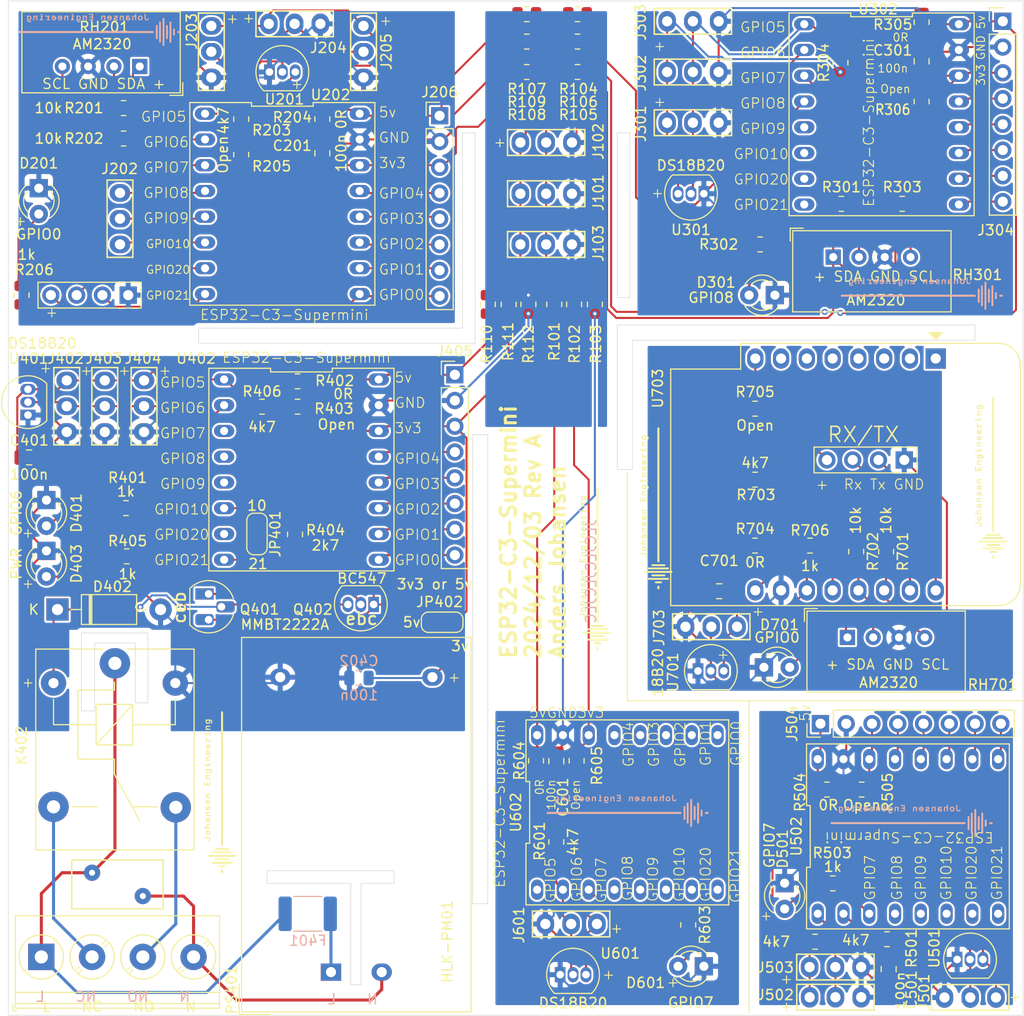
<source format=kicad_pcb>
(kicad_pcb (version 20240108) (generator "pcbnew") (generator_version "8.0")
  (title_block (title "ESP32-C3 Supermini breakout") (date "2024-11-30") (rev "Rev A"))
  (layers (0 "F.Cu" signal) (31 "B.Cu" signal) (34 "B.Paste" user) (35 "F.Paste" user) (36 "B.SilkS" user "B.Silkscreen") (37 "F.SilkS" user "F.Silkscreen") (38 "B.Mask" user) (39 "F.Mask" user) (44 "Edge.Cuts" user))
  (net 0 "")
  (net 1 "/ESP32C3-Supermini-1/GND")
  (net 2 "/ESP32C3-Supermini-1/+3v3")
  (net 3 "Net-(J206-Pin_7)")
  (net 4 "Net-(J206-Pin_4)")
  (net 5 "/ESP32C3-Supermini-1/+5V")
  (net 6 "Net-(J206-Pin_5)")
  (net 7 "Net-(J206-Pin_8)")
  (net 8 "Net-(J206-Pin_6)")
  (net 9 "+5V")
  (net 10 "+3.3V")
  (net 11 "GND")
  (net 12 "Net-(R201--)")
  (net 13 "Net-(R202--)")
  (net 14 "Net-(J203-Pin_1)")
  (net 15 "Net-(J203-Pin_2)")
  (net 16 "Net-(J202-Pin_1)")
  (net 17 "Net-(J202-Pin_3)")
  (net 18 "Net-(J202-Pin_2)")
  (net 19 "Net-(J201-Pin_3)")
  (net 20 "Net-(J201-Pin_2)")
  (net 21 "/ESP32C3-Supermini-2/GND")
  (net 22 "/ESP32C3-Supermini-2/+3v3")
  (net 23 "/ESP32C3_Power/GND")
  (net 24 "Net-(C401-+)")
  (net 25 "Net-(C402-+)")
  (net 26 "Net-(C501-+)")
  (net 27 "/ESP32C3-Supermini-2/+5V")
  (net 28 "/ESP32-C3-supermini-4/GND")
  (net 29 "Net-(D201-A)")
  (net 30 "Net-(D301-A)")
  (net 31 "Net-(R301--)")
  (net 32 "Net-(D401-A)")
  (net 33 "Net-(D403-A)")
  (net 34 "Net-(D501-A)")
  (net 35 "V-L")
  (net 36 "Net-(J301-Pin_1)")
  (net 37 "Net-(J301-Pin_2)")
  (net 38 "Net-(J304-Pin_4)")
  (net 39 "Net-(J304-Pin_5)")
  (net 40 "Net-(J304-Pin_7)")
  (net 41 "Net-(J304-Pin_8)")
  (net 42 "Net-(J304-Pin_6)")
  (net 43 "V-N")
  (net 44 "Net-(J402-Pin_2)")
  (net 45 "/ESP32C3_Power/+3v3")
  (net 46 "Net-(J405-Pin_4)")
  (net 47 "Net-(J405-Pin_8)")
  (net 48 "Net-(J405-Pin_5)")
  (net 49 "Net-(J405-Pin_7)")
  (net 50 "/ESP32C3_Power/+5V")
  (net 51 "Net-(J405-Pin_6)")
  (net 52 "Net-(J501-Pin_2)")
  (net 53 "Net-(J502-Pin_2)")
  (net 54 "Net-(J504-Pin_5)")
  (net 55 "Net-(C601-+)")
  (net 56 "Net-(D601-A)")
  (net 57 "Net-(J504-Pin_8)")
  (net 58 "Net-(J504-Pin_7)")
  (net 59 "Net-(J504-Pin_6)")
  (net 60 "Net-(J504-Pin_4)")
  (net 61 "Net-(JP401-A)")
  (net 62 "Net-(JP401-C)")
  (net 63 "Net-(JP401-B)")
  (net 64 "Net-(D402-K)")
  (net 65 "Net-(Q401-B)")
  (net 66 "Net-(R302-+)")
  (net 67 "Net-(R303--)")
  (net 68 "Net-(R401-+)")
  (net 69 "Net-(R503-+)")
  (net 83 "/ESP32C3_Power/230v_NC")
  (net 84 "/ESP32C3_Power/230v_NO")
  (net 85 "/ESP32C3_Power/230v_IN")
  (net 86 "/ESP32-C3-supermini-4/+5V")
  (net 87 "/ESP32-C3-supermini-4/+3v3")
  (net 88 "Net-(J601-Pin_2)")
  (net 89 "Net-(R603-+)")
  (net 101 "/ESP_8266_WemosD1Mini/GND")
  (net 102 "/ESP_8266_WemosD1Mini/18B20 VDD")
  (net 103 "Net-(D701-A)")
  (net 104 "Net-(J701-Pin_3)")
  (net 105 "Net-(J701-Pin_2)")
  (net 106 "/ESP_8266_WemosD1Mini/+3v3")
  (net 107 "/ESP_8266_WemosD1Mini/18B20 Signal")
  (net 108 "/ESP_8266_WemosD1Mini/+5V")
  (net 109 "Net-(R706-+)")
  (net 117 "/ESP32C3_Supermini-3/GND")
  (net 118 "/ESP32C3_Supermini-3/+5V")
  (net 119 "/ESP32C3_Supermini-3/+3v3")
  (net 120 "/ESP_8266_WemosD1Mini/SCL")
  (net 121 "/ESP_8266_WemosD1Mini/SDA")
  (footprint "Resistor_SMD:R_0805_2012Metric" (layer "F.Cu") (at 61.3575 63.555 180)
    (property "Reference" "R202")
    (property "Value" "10k")
  )
  (footprint "Resistor_SMD:R_0805_2012Metric" (layer "F.Cu") (at 132.0875 70)
    (property "Reference" "R301")
    (property "Value" "10k")
  )
  (footprint "Package_TO_SOT_THT:TO-92_Inline" (layer "F.Cu") (at 118.54 69 180)
    (property "Reference" "U301")
    (property "Value" "DS18B20")
  )
  (footprint "Resistor_SMD:R_0805_2012Metric" (layer "F.Cu") (at 101.0875 54)
    (property "Reference" "R109")
    (property "Value" "0R")
  )
  (footprint "Resistor_SMD:R_0805_2012Metric" (layer "F.Cu") (at 106.0875 51.3 180)
    (property "Reference" "R104")
    (property "Value" "0R")
  )
  (footprint "PCM_4ms_Connector:Pins_1x03_2.54mm_TH" (layer "F.Cu") (at 119.27 111.695 90)
    (property "Reference" "J703")
    (property "Value" "18B20")
  )
  (footprint "PCM_4ms_Connector:Pins_1x03_2.54mm_TH" (layer "F.Cu") (at 105.46 141 90)
    (property "Reference" "J601")
    (property "Value" "18B20" (hide yes))
  )
  (footprint "Resistor_SMD:R_0805_2012Metric" (layer "F.Cu") (at 51.3 79 90)
    (property "Reference" "R206")
    (property "Value" "1k")
  )
  (footprint "Resistor_SMD:R_0805_2012Metric" (layer "F.Cu") (at 104 132.9125 90)
    (property "Reference" "R601")
    (property "Value" "4k7")
  )
  (footprint "AJ_2024_Library:ESP32-C3-Supermini" (layer "F.Cu") (at 77 70)
    (property "Reference" "U202")
    (property "Value" "~")
  )
  (footprint "Resistor_SMD:R_0805_2012Metric" (layer "F.Cu") (at 136.5 104.2825 -90)
    (property "Reference" "R701")
    (property "Value" "10k")
  )
  (footprint "AJ_2024_Library:ESP32-C3-Supermini" (layer "F.Cu") (at 136.0525 61.175)
    (property "Reference" "U302")
    (property "Value" "~")
  )
  (footprint "AJ_2024_Library:Johansen_engineering_logo_20mm" (layer "F.Cu") (at 147 97 90)
    (property "Reference" "G***" (hide yes))
    (property "Value" "LOGO" (hide yes))
  )
  (footprint "PCM_4ms_Connector:Pins_1x08_2.54mm_TH" (layer "F.Cu") (at 148 52)
    (property "Reference" "J304")
    (property "Value" "IO" (hide yes))
  )
  (footprint "PCM_4ms_Connector:Pins_1x03_2.54mm_TH" (layer "F.Cu") (at 85 55)
    (property "Reference" "J205")
    (property "Value" "18B20" (hide yes))
  )
  (footprint "Jumper:SolderJumper-3_P1.3mm_Bridged12_RoundedPad1.0x1.5mm_NumberLabels" (layer "F.Cu") (at 92.75 111.25)
    (property "Reference" "JP402")
    (property "Value" "3v3 or 5v")
  )
  (footprint "AJ_2024_Library:ESP32-C3-Supermini" (layer "F.Cu") (at 78.88 96.2)
    (property "Reference" "U402")
    (property "Value" "~")
  )
  (footprint "Resistor_SMD:R_0805_2012Metric" (layer "F.Cu") (at 101.0875 57)
    (property "Reference" "R108")
    (property "Value" "0R")
  )
  (footprint "Resistor_SMD:R_0805_2012Metric" (layer "F.Cu") (at 97.25 79.9125 90)
    (property "Reference" "R110")
    (property "Value" "0R")
  )
  (footprint "Package_TO_SOT_THT:TO-92_Inline" (layer "F.Cu") (at 51.93 90.82 90)
    (property "Reference" "U401")
    (property "Value" "DS18B20")
  )
  (footprint "Resistor_SMD:R_0805_2012Metric" (layer "F.Cu") (at 61.3575 60.555 180)
    (property "Reference" "R201")
    (property "Value" "10k")
  )
  (footprint "Resistor_SMD:R_0805_2012Metric" (layer "F.Cu") (at 101.25 79.9125 90)
    (property "Reference" "R112")
    (property "Value" "0R")
  )
  (footprint "Resistor_SMD:R_0805_2012Metric" (layer "F.Cu") (at 134.0975 127.75)
    (property "Reference" "R505")
    (property "Value" "Open")
  )
  (footprint "LED_THT:LED_D3.0mm" (layer "F.Cu") (at 125.54 79 180)
    (property "Reference" "D301")
    (property "Value" "GPIO8")
  )
  (footprint "PCM_4ms_Connector:Pins_1x03_2.54mm_TH" (layer "F.Cu") (at 61 71.46 180)
    (property "Reference" "J202")
    (property "Value" "IO8-10" (hide yes))
  )
  (footprint "PCM_4ms_Connector:Pins_1x03_2.54mm_TH" (layer "F.Cu") (at 78.21 52.25 90)
    (property "Reference" "J204")
    (property "Value" "18B20" (hide yes))
  )
  (footprint "LED_THT:LED_D3.0mm" (layer "F.Cu") (at 53.75 99.21 -90)
    (property "Reference" "D401")
    (property "Value" "GPIO6")
  )
  (footprint "LED_THT:LED_D3.0mm" (layer "F.Cu") (at 126.5 136.975 -90)
    (property "Reference" "D501")
    (property "Value" "GPIO7")
  )
  (footprint "Resistor_SMD:R_0805_2012Metric" (layer "F.Cu") (at 75 90 180)
    (property "Reference" "R406")
    (property "Value" "4k7")
  )
  (footprint "PCM_4ms_Connector:Pins_1x03_2.54mm_TH" (layer "F.Cu") (at 59.5 89.95)
    (property "Reference" "J403")
    (property "Value" "18B20" (hide yes))
  )
  (footprint "PCM_4ms_Connector:Pins_1x03_2.54mm_TH" (layer "F.Cu") (at 117.46 62 90)
    (property "Reference" "J301")
    (property "Value" "18B20" (hide yes))
  )
  (footprint "Resistor_SMD:R_0805_2012Metric" (layer "F.Cu") (at 61.6625 104.75 180)
    (property "Reference" "R405")
    (property "Value" "1k")
  )
  (footprint "PCM_4ms_Connector:Pins_1x03_2.54mm_TH" (layer "F.Cu") (at 70 55)
    (property "Reference" "J203")
    (property "Value" "18B20" (hide yes))
  )
  (footprint "Resistor_SMD:R_0805_2012Metric" (layer "F.Cu") (at 78.5 90)
    (property "Reference" "R403")
    (property "Value" "Open")
  )
  (footprint "Resistor_SMD:R_0805_2012Metric" (layer "F.Cu") (at 106.0875 57 180)
    (property "Reference" "R105")
    (property "Value" "0R")
  )
  (footprint "PCM_4ms_Connector:Pins_1x08_2.54mm_TH" (layer "F.Cu") (at 130.03 121.25 90)
    (property "Reference" "J504")
    (property "Value" "IO" (hide yes))
  )
  (footprint "Resistor_SMD:R_0805_2012Metric" (layer "F.Cu") (at 140 52.0875 -90)
    (property "Reference" "R305")
    (property "Value" "0R")
  )
  (footprint "Jumper:SolderJumper-3_P1.3mm_Bridged12_RoundedPad1.0x1.5mm_NumberLabels" (layer "F.Cu") (at 74.5 102.55 -90)
    (property "Reference" "JP401")
    (property "Value" "IO10 or 21")
  )
  (footprint "Resistor_SMD:R_0805_2012Metric" (layer "F.Cu") (at 99.3 79.9125 90)
    (property "Reference" "R111")
    (property "Value" "0R")
  )
  (footprint "LED_THT:LED_D3.0mm" (layer "F.Cu") (at 53 68.46 -90)
    (property "Reference" "D201")
    (property "Value" "GPIO0")
  )
  (footprint "Resistor_SMD:R_0805_2012Metric" (layer "F.Cu") (at 133.55 104.2825 -90)
    (property "Reference" "R702")
    (property "Value" "10k")
  )
  (footprint "PCM_4ms_Connector:Pins_1x08_2.54mm_TH" (layer "F.Cu") (at 92.5 61.315)
    (property "Reference" "J206")
    (property "Value" "IO" (hide yes))
  )
  (footprint "Capacitor_SMD:C_0805_2012Metric" (layer "F.Cu") (at 52.05 95)
    (property "Reference" "C401")
    (property "Value" "100n")
  )
  (footprint "PCM_4ms_Connector:Pins_1x03_2.54mm_TH" (layer "F.Cu") (at 63.37 89.95)
    (property "Reference" "J404")
    (property "Value" "18B20" (hide yes))
  )
  (footprint "TerminalBlock_Phoenix:TerminalBlock_Phoenix_PT-1,5-4-5.0-H_1x04_P5.00mm_Horizontal" (layer "F.Cu") (at 53.25 144.25)
    (property "Reference" "J401" (hide yes))
    (property "Value" "230V")
  )
  (footprint "Capacitor_SMD:C_0805_2012Metric" (layer "F.Cu") (at 120.05 108.195 180)
    (property "Reference" "C701")
    (property "Value" "100n")
  )
  (footprint "Resistor_SMD:R_0805_2012Metric" (layer "F.Cu") (at 80.945 61.6425 90)
    (property "Reference" "R204")
    (property "Value" "0R")
  )
  (footprint "Package_TO_SOT_THT:TO-92_HandSolder" (layer "F.Cu") (at 69.73 108.46 -90)
    (property "Reference" "Q401")
    (property "Value" "MMBT2222A")
  )
  (footprint "PCM_4ms_Connector:Pins_1x03_2.54mm_TH" (layer "F.Cu") (at 55.75 89.95)
    (property "Reference" "J402")
    (property "Value" "18B20" (hide yes))
  )
  (footprint "PCM_4ms_Connector:Pins_1x04_2.54mm_TH" (layer "F.Cu") (at 58 79 -90)
    (property "Reference" "J201" (hide yes))
    (property "Value" "RX/TX" (hide yes))
  )
  (footprint "Module:WEMOS_D1_mini_light" (layer "F.Cu") (at 141.39 85.25 -90)
    (property "Reference" "U703")
    (property "Value" "WeMos_D1_mini")
  )
  (footprint "Sensor:ASAIR_AM2302_P2.54mm_Vertical" (layer "F.Cu") (at 132.69 112.75)
    (property "Reference" "RH701")
    (property "Value" "AM2320")
  )
  (footprint "AJ_2024_Library:ESP32-C3-Supermini" (layer "F.Cu") (at 138.65 132.37 90)
    (property "Reference" "U502")
    (property "Value" "~")
  )
  (footprint "Resistor_SMD:R_0805_2012Metric" (layer "F.Cu") (at 78.5 87.5)
    (property "Reference" "R402")
    (property "Value" "0R")
  )
  (footprint "Capacitor_SMD:C_0805_2012Metric" (layer "F.Cu") (at 80.945 65.005 90)
    (property "Reference" "C201")
    (property "Value" "100n")
  )
  (footprint "PCM_4ms_Connector:Pins_1x04_2.54mm_TH" (layer "F.Cu") (at 134.48 95.25 -90)
    (property "Reference" "J701" (hide yes))
    (property "Value" "RX/TX")
  )
  (footprint "Package_TO_SOT_THT:TO-92_Inline" (layer "F.Cu") (at 117.96 116.055)
    (property "Reference" "U701")
    (property "Value" "DS18B20")
  )
  (footprint "Package_TO_SOT_THT:TO-92_Inline" (layer "F.Cu") (at 75.73 57)
    (property "Reference" "U201")
    (property "Value" "DS18B20" (hide yes))
  )
  (footprint "Resistor_SMD:R_0805_2012Metric" (layer "F.Cu") (at 140 59.9125 90)
    (property "Reference" "R306")
    (property "Value" "Open")
  )
  (footprint "PCM_4ms_Connector:Pins_1x03_2.54mm_TH" (layer "F.Cu") (at 103 69 -90)
    (property "Reference" "J101")
    (property "Value" "Conn_01x03" (hide yes))
  )
  (footprint "PCM_4ms_Connector:Pins_1x03_2.54mm_TH" (layer "F.Cu") (at 103 63.95 -90)
    (property "Reference" "J102")
    (property "Value" "Conn_01x03" (hide yes))
  )
  (footprint "PCM_4ms_Connector:Pins_1x03_2.54mm_TH" (layer "F.Cu") (at 131.505 148.225 90)
    (property "Reference" "J502")
    (property "Value" "18B20" (hide yes))
  )
  (footprint "Resistor_SMD:R_0805_2012Metric" (layer "F.Cu") (at 102 124.9125 90)
    (property "Reference" "R604")
    (property "Value" "0R")
  )
  (footprint "PCM_4ms_Connector:Pins_1x03_2.54mm_TH" (layer "F.Cu") (at 131.5 145.25 90)
    (property "Reference" "J503")
    (property "Value" "18B20" (hide yes))
  )
  (footprint "Resistor_SMD:R_0805_2012Metric" (layer "F.Cu") (at 105.75 79.9125 90)
    (property "Reference" "R102")
    (property "Value" "0R")
  )
  (footprint "Resistor_SMD:R_0805_2012Metric" (layer "F.Cu") (at 132 56.0875 90)
    (property "Reference" "R304")
    (property "Value" "4k7")
  )
  (footprint "Resistor_SMD:R_0805_2012Metric" (layer "F.Cu") (at 72.945 61.6425 90)
    (property "Reference" "R203")
    (property "Value" "4k7")
  )
  (footprint "Converter_ACDC:Converter_ACDC_Hi-Link_HLK-PMxx" (layer "F.Cu") (at 81.7925 145.7475 90)
    (property "Reference" "PS401")
    (property "Value" "HLK-PM01")
  )
  (footprint "PCM_4ms_Connector:Pins_1x08_2.54mm_TH" (layer "F.Cu") (at 94 86.85)
    (property "Reference" "J405")
    (property "Value" "IO")
  )
  (footprint "Resistor_SMD:R_0805_2012Metric" (layer "F.Cu") (at 107.8 79.9125 90)
    (property "Reference" "R103")
    (property "Value" "0R")
  )
  (footprint "LED_THT:LED_D3.0mm" (layer "F.Cu") (at 118.54 145.175 180)
    (property "Reference" "D601")
    (property "Value" "GPIO7")
  )
  (footprint "LED_THT:LED_D3.0mm" (layer "F.Cu") (at 53.75 104.21 -90)
    (property "Reference" "D403")
    (property "Value" "PWR")
  )
  (footprint "Capacitor_SMD:C_0805_2012Metric" (layer "F.Cu") (at 140 55.95 90)
    (property "Reference" "C301")
    (property "Value" "100n")
  )
  (footprint "Resistor_SMD:R_0805_2012Metric" (layer "F.Cu") (at 123.5875 90.195)
    (property "Reference" "R705")
    (property "Value" "Open")
  )
  (footprint "AJ_2024_Library:Johansen_engineering_logo_20mm" (layer "F.Cu") (at 114 100 90)
    (property "Reference" "G***" (hide yes))
    (property "Value" "LOGO" (hide yes))
  )
  (footprint "LED_THT:LED_D3.0mm" (layer "F.Cu") (at 124.46 115.695)
    (property "Reference" "D701")
    (property "Value" "GPIO0")
  )
  (footprint "PCM_4ms_Connector:Pins_1x03_2.54mm_TH" (layer "F.Cu") (at 117.46 52 90)
    (property "Reference" "J303")
    (property "Value" "18B20" (hide yes))
  )
  (footprint "Diode_THT:D_DO-41_SOD81_P10.16mm_Horizontal" (layer "F.Cu") (at 54.84 110)
    (property "Reference" "D402")
    (property "Value" "DIODE")
  )
  (footprint "Resistor_SMD:R_0805_2012Metric" (layer "F.Cu") (at 131.25 137 180)
    (property "Reference" "R503")
    (property "Value" "1k")
  )
  (footprint "Capacitor_SMD:C_0805_2012Metric" (layer "F.Cu") (at 136.75 145.45 -90)
    (property "Reference" "C501")
    (property "Value" "100n")
  )
  (footprint "Sensor:ASAIR_AM2302_P2.54mm_Vertical" (layer "F.Cu") (at 62.945 56.455 180)
    (property "Reference" "RH201")
    (property "Value" "AM2320")
  )
  (footprint "Resistor_SMD:R_0805_2012Metric" (layer "F.Cu") (at 130.6725 127.75 180)
    (property "Reference" "R504")
    (property "Value" "0R")
  )
  (footprint "Resistor_SMD:R_0805_2012Metric" (layer "F.Cu") (at 78.25 102.5875 -90)
    (property "Reference" "R404")
    (property "Value" "2k7")
  )
  (footprint "Resistor_SMD:R_0805_2012Metric" (layer "F.Cu") (at 106.0875 54 180)
    (property "Reference" "R106")
    (property "Value" "0R")
  )
  (footprint "Resistor_SMD:R_0805_2012Metric" (layer "F.Cu") (at 138.0875 70)
    (property "Reference" "R303")
    (property "Value" "10k")
  )
  (footprint "Resistor_SMD:R_0805_2012Metric" (layer "F.Cu") (at 61.5875 100 180)
    (property "Reference" "R401")
    (property "Value" "1k")
  )
  (footprint "Package_TO_SOT_THT:TO-92_Inline" (layer "F.Cu") (at 104.38 146)
    (property "Reference" "U601")
    (property "Value" "DS18B20")
  )
  (footprint "Resistor_SMD:R_0805_2012Metric" (layer "F.Cu") (at 101.0875 51.3)
    (property "Reference" "R107")
    (property "Value" "0R")
  )
  (footprint "Relay_THT:Relay_SPDT_SANYOU_SRD_Series_Form_C" (layer "F.Cu") (at 60.5 115.3 -90)
    (property "Reference" "K402")
    (property "Value" "SANYOU_SRD_Form_C")
  )
  (footprint "AJ_2024_Library:Johansen_engineering_logo_20mm" (layer "F.Cu") (at 71 128 90)
    (property "Reference" "G***" (hide yes))
    (property "Value" "LOGO" (hide yes))
  )
  (footprint "PCM_4ms_Connector:Pins_1x03_2.54mm_TH" (layer "F.Cu") (at 117.46 57 90)
    (property "Reference" "J302")
    (property "Value" "18B20" (hide yes))
  )
  (footprint "Sensor:ASAIR_AM2302_P2.54mm_Vertical" (layer "F.Cu") (at 131.2875 75.25)
    (property "Reference" "RH301")
    (property "Value" "AM2320")
  )
  (footprint "Resistor_SMD:R_0805_2012Metric" (layer "F.Cu") (at 124.0875 74 180)
    (property "Reference" "R302")
    (property "Value" "1k")
  )
  (footprint "Resistor_SMD:R_0805_2012Metric" (layer "F.Cu") (at 129 103.695 180)
    (property "Reference" "R706")
    (property "Value" "1k")
  )
  (footprint "Resistor_SMD:R_0805_2012Metric" (layer "F.Cu") (at 117 141.0875 -90)
    (property "Reference" "R603")
    (property "Value" "1k")
  )
  (footprint "PCM_4ms_Connector:Pins_1x03_2.54mm_TH" (layer "F.Cu") (at 103 74 -90)
    (property "Reference" "J103")
    (property "Value" "Conn_01x03" (hide yes))
  )
  (footprint "Varistor:RV_Disc_D9mm_W4.8mm_P5mm" (layer "F.Cu") (at 58.25 135.95)
    (property "Reference" "RV401" (hide yes))
    (property "Value" "Varistor")
  )
  (footprint "PCM_4ms_Connector:Pins_1x03_2.54mm_TH" (layer "F.Cu") (at 144.79 148.25 90)
    (property "Reference" "J501")
    (property "Value" "18B20" (hide yes))
  )
  (footprint "Resistor_SMD:R_0805_2012Metric" (layer "F.Cu") (at 123.5875 103.695)
    (property "Reference" "R704")
    (property "Value" "0R")
  )
  (footprint "AJ_2024_Library:Johansen_engineering_logo_20mm" (layer "F.Cu") (at 108 106 90)
    (property "Reference" "G***" (hide yes))
    (property "Value" "LOGO" (hide yes))
  )
  (footprint "Capacitor_SMD:C_0805_2012Metric" (layer "F.Cu") (at 104 124.95 90)
    (property "Reference" "C601")
    (property "Value" "100n")
  )
  (footprint "Resistor_SMD:R_0805_2012Metric" (layer "F.Cu") (at 136.5875 142.5 180)
    (property "Reference" "R501")
    (property "Value" "4k7")
  )
  (footprint "Package_TO_SOT_THT:TO-92_Inline" (layer "F.Cu") (at 86 109.5 180)
    (property "Reference" "Q402")
    (property "Value" "BC547")
  )
  (footprint "Package_TO_SOT_THT:TO-92_Inline" (layer "F.Cu") (at 143.5 144.5)
    (property "Reference" "U501")
    (property "Value" "DS18B20" (hide yes))
  )
  (footprint "Resistor_SMD:R_0805_2012Metric" (layer "F.Cu") (at 72.945 65.1425 -90)
    (property "Reference" "R205")
    (property "Value" "Open")
  )
  (footprint "Resistor_SMD:R_0805_2012Metric" (layer "F.Cu") (at 106 124.9125 90)
    (property "Reference" "R605")
    (property "Value" "Open")
  )
  (footprint "Resistor_SMD:R_0805_2012Metric" (layer "F.Cu") (at 123.5875 97.195 180)
    (property "Reference" "R703")
    (property "Value" "4k7")
  )
  (footprint "Resistor_SMD:R_0805_2012Metric" (layer "F.Cu") (at 103.8 79.9125 90)
    (property "Reference" "R101")
    (property "Value" "0R")
  )
  (footprint "Resistor_SMD:R_0805_2012Metric" (layer "F.Cu") (at 129.5 142.75)
    (property "Reference" "R502" (hide yes))
    (property "Value" "4k7")
  )
  (footprint "AJ_2024_Library:ESP32-C3-Supermini" (layer "F.Cu") (at 111 130 90)
    (property "Reference" "U602")
    (property "Value" "~")
  )
  (footprint "AJ_2024_Library:Johansen_engineering_logo_20mm" (layer "B.Cu") (at 111 130 180)
    (property "Reference" "G***" (hide yes))
    (property "Value" "LOGO" (hide yes))
  )
  (footprint "Fuse:Fuse_1812_4532Metric_Pad1.30x3.40mm_HandSolder" (layer "B.Cu") (at 79.5 140)
    (property "Reference" "F401")
    (property "Value" "Polyfuse_Small" (hide yes))
  )
  (footprint "Capacitor_SMD:C_0805_2012Metric" (layer "B.Cu") (at 84.55 116.75 180)
    (property "Reference" "C402")
    (property "Value" "100n")
  )
  (footprint "AJ_2024_Library:Johansen_engineering_logo_20mm" (layer "B.Cu") (at 140 79 180)
    (property "Reference" "G***" (hide yes))
    (property "Value" "LOGO" (hide yes))
  )
  (footprint "AJ_2024_Library:Johansen_engineering_logo_20mm" (layer "B.Cu") (at 59 53 180)
    (property "Reference" "G***" (hide yes))
    (property "Value" "LOGO" (hide yes))
  )
  (footprint "AJ_2024_Library:Johansen_engineering_logo_20mm" (layer "B.Cu") (at 139 131 180)
    (property "Reference" "G***" (hide yes))
    (property "Value" "LOGO" (hide yes))
  )
  (gr_line (start 150 119) (end 111.75 119) (stroke (width 0.1)) (layer "F.SilkS"))
  (gr_line (start 111 119) (end 111 96.5) (stroke (width 0.1)) (layer "F.SilkS"))
  (gr_line (start 123 119) (end 123 149.75) (stroke (width 0.1)) (layer "F.SilkS"))
  (gr_line (start 111.75 119) (end 111 119) (stroke (width 0.1)) (layer "F.SilkS"))
  (gr_line (start 84.75 137) (end 88 137) (stroke (width 0.05)) (layer "Edge.Cuts"))
  (gr_line (start 150 50) (end 50 50) (stroke (width 0.05)) (layer "Edge.Cuts"))
  (gr_line (start 96 82.25) (end 96 83.75) (stroke (width 0.05)) (layer "Edge.Cuts"))
  (gr_line (start 63.75 112.3) (end 57.2 112.3) (stroke (width 0.05)) (layer "Edge.Cuts"))
  (gr_line (start 68.75 83.75) (end 68.75 82.25) (stroke (width 0.05)) (layer "Edge.Cuts"))
  (gr_line (start 62.5 113.3) (end 62.5 119.2) (stroke (width 0.05)) (layer "Edge.Cuts"))
  (gr_line (start 57.2 112.3) (end 57.2 120) (stroke (width 0.05)) (layer "Edge.Cuts"))
  (gr_line (start 94.75 63) (end 94.75 82.25) (stroke (width 0.05)) (layer "Edge.Cuts"))
  (gr_line (start 111.5 83.445) (end 145.25 83.445) (stroke (width 0.05)) (layer "Edge.Cuts"))
  (gr_line (start 62.5 119.2) (end 63.75 119.2) (stroke (width 0.05)) (layer "Edge.Cuts"))
  (gr_line (start 110 63) (end 111.25 63) (stroke (width 0.05)) (layer "Edge.Cuts"))
  (gr_line (start 57.2 120) (end 58.5 120) (stroke (width 0.05)) (layer "Edge.Cuts"))
  (gr_line (start 111.5 96.195) (end 111.5 83.445) (stroke (width 0.05)) (layer "Edge.Cuts"))
  (gr_line (start 50 50) (end 50 150) (stroke (width 0.05)) (layer "Edge.Cuts"))
  (gr_line (start 95.75 139) (end 95.75 92.75) (stroke (width 0.05)) (layer "Edge.Cuts"))
  (gr_line (start 96 82.25) (end 96 63) (stroke (width 0.05)) (layer "Edge.Cuts"))
  (gr_line (start 97.25 92.75) (end 97.25 139) (stroke (width 0.05)) (layer "Edge.Cuts"))
  (gr_line (start 75.5 135.75) (end 75.5 137) (stroke (width 0.05)) (layer "Edge.Cuts"))
  (gr_line (start 63.75 119.2) (end 63.75 112.3) (stroke (width 0.05)) (layer "Edge.Cuts"))
  (gr_line (start 111.75 81.945) (end 110 81.945) (stroke (width 0.05)) (layer "Edge.Cuts"))
  (gr_line (start 83.75 137) (end 83.75 147) (stroke (width 0.05)) (layer "Edge.Cuts"))
  (gr_line (start 110 96.195) (end 111.5 96.195) (stroke (width 0.05)) (layer "Edge.Cuts"))
  (gr_line (start 145.25 81.945) (end 111.75 81.945) (stroke (width 0.05)) (layer "Edge.Cuts"))
  (gr_line (start 68.75 82.25) (end 94.75 82.25) (stroke (width 0.05)) (layer "Edge.Cuts"))
  (gr_line (start 96 83.75) (end 68.75 83.75) (stroke (width 0.05)) (layer "Edge.Cuts"))
  (gr_line (start 75.5 137) (end 83.75 137) (stroke (width 0.05)) (layer "Edge.Cuts"))
  (gr_line (start 95.75 92.75) (end 97.25 92.75) (stroke (width 0.05)) (layer "Edge.Cuts"))
  (gr_line (start 83.75 147) (end 84.75 147) (stroke (width 0.05)) (layer "Edge.Cuts"))
  (gr_line (start 111.25 79.25) (end 110 79.25) (stroke (width 0.05)) (layer "Edge.Cuts"))
  (gr_line (start 88 137) (end 88 135.75) (stroke (width 0.05)) (layer "Edge.Cuts"))
  (gr_line (start 145.25 83.445) (end 145.25 81.945) (stroke (width 0.05)) (layer "Edge.Cuts"))
  (gr_line (start 150 150) (end 150 50) (stroke (width 0.05)) (layer "Edge.Cuts"))
  (gr_line (start 111.25 63) (end 111.25 79.25) (stroke (width 0.05)) (layer "Edge.Cuts"))
  (gr_line (start 58.5 113.3) (end 62.5 113.3) (stroke (width 0.05)) (layer "Edge.Cuts"))
  (gr_line (start 110 79.25) (end 110 63) (stroke (width 0.05)) (layer "Edge.Cuts"))
  (gr_line (start 97.25 139) (end 95.75 139) (stroke (width 0.05)) (layer "Edge.Cuts"))
  (gr_line (start 84.75 147) (end 84.75 137) (stroke (width 0.05)) (layer "Edge.Cuts"))
  (gr_line (start 58.5 120) (end 58.5 113.3) (stroke (width 0.05)) (layer "Edge.Cuts"))
  (gr_line (start 50 150) (end 150 150) (stroke (width 0.05)) (layer "Edge.Cuts"))
  (gr_line (start 88 135.75) (end 75.5 135.75) (stroke (width 0.05)) (layer "Edge.Cuts"))
  (gr_line (start 96 63) (end 94.75 63) (stroke (width 0.05)) (layer "Edge.Cuts"))
  (gr_line (start 110 81.945) (end 110 96.195) (stroke (width 0.05)) (layer "Edge.Cuts"))
  (gr_text "N    NO    NC    L" (at 68 148.75 0) (layer "B.SilkS") (effects (font (size 1 1)) (justify left bottom mirror)))
  (gr_text "N    L" (at 86.5 149 0) (layer "B.SilkS") (effects (font (size 1 1)) (justify left bottom mirror)))
  (gr_text "JLCJLCJLCJLC" (at 108 101 90) (layer "B.SilkS") (effects (font (size 1 1) (thickness 0.125)) (justify left bottom mirror)))
  (gr_text "+" (at 53 86.75 0) (layer "F.SilkS") (effects (font (size 1 1) (thickness 0.1)) (justify left bottom)))
  (gr_text "L    NC    NO    N" (at 53.25 149.75 0) (layer "F.SilkS") (effects (font (size 1 1)) (justify left bottom)))
  (gr_text "+" (at 108.458 146.558 0) (layer "F.SilkS") (effects (font (size 1 1) (thickness 0.1)) (justify left bottom)))
  (gr_text "+" (at 109.25 142 0) (layer "F.SilkS") (effects (font (size 1 1) (thickness 0.1)) (justify left bottom)))
  (gr_text "+" (at 113.284 69.5 0) (layer "F.SilkS") (effects (font (size 1 1) (thickness 0.1)) (justify left bottom)))
  (gr_text "+" (at 126 147 0) (layer "F.SilkS") (effects (font (size 1 1) (thickness 0.1)) (justify left bottom)))
  (gr_text "+" (at 51.25 103 0) (layer "F.SilkS") (effects (font (size 1 1) (thickness 0.1)) (justify left bottom)))
  (gr_text "+" (at 148.5 148.75 0) (layer "F.SilkS") (effects (font (size 1 1) (thickness 0.1)) (justify left bottom)))
  (gr_text "ESP32-C3-Supermini\n2024/12/03 Rev A\nAnders Johansen" (at 105 115 90) (layer "F.SilkS") (effects (font (size 1.5 1.5) (thickness 0.3) (bold yes)) (justify left bottom)))
  (gr_text "+" (at 51.25 108 0) (layer "F.SilkS") (effects (font (size 1 1) (thickness 0.1)) (justify left bottom)))
  (gr_text "+" (at 119.75 115 0) (layer "F.SilkS") (effects (font (size 1 1) (thickness 0.1)) (justify left bottom)))
  (gr_text "+" (at 97.75 64.5 0) (layer "F.SilkS") (effects (font (size 1 1) (thickness 0.1)) (justify left bottom)))
  (gr_text "SCL GND SDA +" (at 53.25 58.75 0) (layer "F.SilkS") (effects (font (size 1 1) (thickness 0.125)) (justify left bottom)))
  (gr_text "+" (at 60.75 87 0) (layer "F.SilkS") (effects (font (size 1 1) (thickness 0.1)) (justify left bottom)))
  (gr_text "+" (at 114.808 147.32 0) (layer "F.SilkS") (effects (font (size 1 1) (thickness 0.1)) (justify left bottom)))
  (gr_text "ebc" (at 83.1 111.6 0) (layer "F.SilkS") (effects (font (size 1.2 1.2) (thickness 0.2) (bold yes)) (justify left bottom)))
  (gr_text "+" (at 86.5 52.5 0) (layer "F.SilkS") (effects (font (size 1 1) (thickness 0.1)) (justify left bottom)))
  (gr_text "+" (at 93.25 117.25 0) (layer "F.SilkS") (effects (font (size 1 1) (thickness 0.1)) (justify left bottom)))
  (gr_text "+ SDA GND SCL " (at 129.25 77.75 0) (layer "F.SilkS") (effects (font (size 1 1) (thickness 0.125)) (justify left bottom)))
  (gr_text "+  Rx Tx GND" (at 129.5 98.25 0) (layer "F.SilkS") (effects (font (size 1 1) (thickness 0.1)) (justify left bottom)))
  (gr_text "+" (at 64.75 87 0) (layer "F.SilkS") (effects (font (size 1 1) (thickness 0.1)) (justify left bottom)))
  (gr_text "+" (at 51.25 117.75 0) (layer "F.SilkS") (effects (font (size 1 1) (thickness 0.1)) (justify left bottom)))
  (gr_text "+" (at 123.19 110.744 0) (layer "F.SilkS") (effects (font (size 1 1) (thickness 0.1)) (justify left bottom)))
  (gr_text "+" (at 71.4 52.3 0) (layer "F.SilkS") (effects (font (size 1 1) (thickness 0.1)) (justify left bottom)))
  (gr_text "+" (at 73 52.25 0) (layer "F.SilkS") (effects (font (size 1 1) (thickness 0.1)) (justify left bottom)))
  (gr_text "+" (at 53.594 81.28 0) (layer "F.SilkS") (effects (font (size 1 1) (thickness 0.1)) (justify left bottom)))
  (gr_text "+" (at 57 87 0) (layer "F.SilkS") (effects (font (size 1 1) (thickness 0.1)) (justify left bottom)))
  (gr_text "ceb" (at 67.564 111.506 90) (layer "F.SilkS") (effects (font (size 1.2 1.2) (thickness 0.2) (bold yes)) (justify left bottom)))
  (gr_text "+" (at 77.75 58.75 0) (layer "F.SilkS") (effects (font (size 1 1) (thickness 0.1)) (justify left bottom)))
  (gr_text "+" (at 124 140.75 0) (layer "F.SilkS") (effects (font (size 1 1) (thickness 0.1)) (justify left bottom)))
  (gr_text "+" (at 50.5 72.25 0) (layer "F.SilkS") (effects (font (size 1 1) (thickness 0.1)) (justify left bottom)))
  (gr_text "+ SDA GND SCL " (at 130.5 116 0) (layer "F.SilkS") (effects (font (size 1 1) (thickness 0.125)) (justify left bottom)))
  (gr_text "+" (at 113.5 60.5 0) (layer "F.SilkS") (effects (font (size 1 1) (thickness 0.1)) (justify left bottom)))
  (gr_text "+" (at 113.5 55 0) (layer "F.SilkS") (effects (font (size 1 1) (thickness 0.1)) (justify left bottom)))
  (gr_text "+" (at 126 149.7 0) (layer "F.SilkS") (effects (font (size 1 1) (thickness 0.1)) (justify left bottom)))
  (segment (start 57.865 56.455) (end 59.32 55) (width 0.2) (layer "F.Cu") (net 1))
  (segment (start 91.94 63.65) (end 84.62 63.65) (width 0.2) (layer "F.Cu") (net 1))
  (segment (start 100.175 54) (end 100.175 54.925) (width 0.2) (layer "F.Cu") (net 1))
  (segment (start 92.145 63.855) (end 91.94 63.65) (width 0.2) (layer "F.Cu") (net 1))
  (segment (start 53 68.46) (end 53 56.25) (width 0.2) (layer "F.Cu") (net 1))
  (segment (start 84.215 64.055) (end 84.62 63.65) (width 0.2) (layer "F.Cu") (net 1))
  (segment (start 54.25 55) (end 56.41 55) (width 0.2) (layer "F.Cu") (net 1))
  (segment (start 93.7 61.4) (end 93.7 62.85) (width 0.2) (layer "F.Cu") (net 1))
  (segment (start 93.7 62.85) (end 92.695 63.855) (width 0.2) (layer "F.Cu") (net 1))
  (segment (start 92.695 63.855) (end 92.145 63.855) (width 0.2) (layer "F.Cu") (net 1))
  (segment (start 53 56.25) (end 54.25 55) (width 0.2) (layer "F.Cu") (net 1))
  (segment (start 56.41 55) (end 57.865 56.455) (width 0.2) (layer "F.Cu") (net 1))
  (segment (start 67.46 55) (end 70 57.54) (width 0.2) (layer "F.Cu") (net 1))
  (segment (start 59.32 55) (end 67.46 55) (width 0.2) (layer "F.Cu") (net 1))
  (segment (start 80.945 64.055) (end 84.215 64.055) (width 0.2) (layer "F.Cu") (net 1))
  (segment (start 100.175 54.925) (end 93.7 61.4) (width 0.2) (layer "F.Cu") (net 1))
  (segment (start 80.75 53.29) (end 85 57.54) (width 0.2) (layer "B.Cu") (net 1))
  (segment (start 80.255 52.25) (end 80.75 52.25) (width 0.2) (layer "B.Cu") (net 1))
  (segment (start 75.73 57) (end 75.73 56.775) (width 0.2) (layer "B.Cu") (net 1))
  (segment (start 70 57.54) (end 75.19 57.54) (width 0.2) (layer "B.Cu") (net 1))
  (segment (start 75.19 57.54) (end 75.73 57) (width 0.2) (layer "B.Cu") (net 1))
  (segment (start 75.73 56.775) (end 80.255 52.25) (width 0.2) (layer "B.Cu") (net 1))
  (segment (start 85 57.54) (end 86.38 57.54) (width 0.2) (layer "B.Cu") (net 1))
  (segment (start 80.54 53.08) (end 80.54 52) (width 0.2) (layer "B.Cu") (net 1))
  (segment (start 86.38 57.54) (end 92.695 63.855) (width 0.2) (layer "B.Cu") (net 1))
  (segment (start 53 68.46) (end 61.81 77.27) (width 0.2) (layer "B.Cu") (net 1))
  (segment (start 80.75 52.25) (end 80.75 53.29) (width 0.2) (layer "B.Cu") (net 1))
  (segment (start 61.81 77.27) (end 61.81 79) (width 0.2) (layer "B.Cu") (net 1))
  (segment (start 71.4575 61.5425) (end 70.5 62.5) (width 0.2) (layer "F.Cu") (net 2))
  (segment (start 55.74 80.55) (end 69.45 80.55) (width 0.2) (layer "F.Cu") (net 2))
  (segment (start 78.27 57.225) (end 73.9525 61.5425) (width 0.2) (layer "F.Cu") (net 2))
  (segment (start 66.850686 60.555) (end 68.795686 62.5) (width 0.2) (layer "F.Cu") (net 2))
  (segment (start 72.945 66.055) (end 80.845 66.055) (width 0.2) (layer "F.Cu") (net 2))
  (segment (start 71.5 64.61) (end 72.945 66.055) (width 0.2) (layer "F.Cu") (net 2))
  (segment (start 100.175 57) (end 100.175 58.525) (width 0.2) (layer "F.Cu") (net 2))
  (segment (start 62.27 57.13) (end 62.945 56.455) (width 0.2) (layer "F.Cu") (net 2))
  (segment (start 100.175 58.525) (end 96.3 62.4) (width 0.2) (layer "F.Cu") (net 2))
  (segment (start 73.9525 61.5425) (end 71.4575 61.5425) (width 0.2) (layer "F.Cu") (net 2))
  (segment (start 68.795686 62.5) (end 70.5 62.5) (width 0.2) (layer "F.Cu") (net 2))
  (segment (start 63.265 64.55) (end 62.27 63.555) (width 0.2) (layer "F.Cu") (net 2))
  (segment (start 80.845 66.055) (end 80.945 65.955) (width 0.2) (layer "F.Cu") (net 2))
  (segment (start 72.945 77.055) (end 72.945 66.055) (width 0.2) (layer "F.Cu") (net 2))
  (segment (start 62.27 60.555) (end 66.850686 60.555) (width 0.2) (layer "F.Cu") (net 2))
  (segment (start 96.3 62.4) (end 94.3 62.4) (width 0.2) (layer "F.Cu") (net 2))
  (segment (start 62.27 60.555) (end 62.27 57.13) (width 0.2) (layer "F.Cu") (net 2))
  (segment (start 69.45 80.55) (end 72.945 77.055) (width 0.2) (layer "F.Cu") (net 2))
  (segment (start 94.1 64.99) (end 92.695 66.395) (width 0.2) (layer "F.Cu") (net 2))
  (segment (start 71.44 64.55) (end 63.265 64.55) (width 0.2) (layer "F.Cu") (net 2))
  (segment (start 92.695 66.395) (end 92.395 66.395) (width 0.2) (layer "F.Cu") (net 2))
  (segment (start 92.395 66.395) (end 92.19 66.19) (width 0.2) (layer "F.Cu") (net 2))
  (segment (start 78.27 57) (end 78.27 57.225) (width 0.2) (layer "F.Cu") (net 2))
  (segment (start 54.19 79) (end 55.74 80.55) (width 0.2) (layer "F.Cu") (net 2))
  (segment (start 72.945 66.055) (end 71.44 64.55) (width 0.2) (layer "F.Cu") (net 2))
  (segment (start 70.5 62.5) (end 71.5 63.5) (width 0.2) (layer "F.Cu") (net 2))
  (segment (start 81.18 66.19) (end 80.945 65.955) (width 0.2) (layer "F.Cu") (net 2))
  (segment (start 71.5 63.5) (end 71.5 64.61) (width 0.2) (layer "F.Cu") (net 2))
  (segment (start 84.62 66.19) (end 81.18 66.19) (width 0.2) (layer "F.Cu") (net 2))
  (segment (start 94.3 62.4) (end 94.1 62.6) (width 0.2) (layer "F.Cu") (net 2))
  (segment (start 92.19 66.19) (end 84.62 66.19) (width 0.2) (layer "F.Cu") (net 2))
  (segment (start 94.1 62.6) (end 94.1 64.99) (width 0.2) (layer "F.Cu") (net 2))
  (segment (start 92.49 76.35) (end 92.695 76.555) (width 0.2) (layer "F.Cu") (net 3))
  (segment (start 84.62 76.35) (end 92.49 76.35) (width 0.2) (layer "F.Cu") (net 3))
  (segment (start 84.825 68.935) (end 84.62 68.73) (width 0.2) (layer "F.Cu") (net 4))
  (segment (start 92.695 68.935) (end 84.825 68.935) (width 0.2) (layer "F.Cu") (net 4))
  (segment (start 84.89 61.11) (end 84.62 61.11) (width 0.2) (layer "F.Cu") (net 5))
  (segment (start 100.175 51.3) (end 99.875 51.3) (width 0.2) (layer "F.Cu") (net 5))
  (segment (start 85.095 61.315) (end 84.89 61.11) (width 0.2) (layer "F.Cu") (net 5))
  (segment (start 92.695 58.48) (end 92.695 61.315) (width 0.2) (layer "F.Cu") (net 5))
  (segment (start 92.695 61.315) (end 85.095 61.315) (width 0.2) (layer "F.Cu") (net 5))
  (segment (start 84.24 60.73) (end 84.62 61.11) (width 0.2) (layer "F.Cu") (net 5))
  (segment (start 80.945 60.73) (end 84.24 60.73) (width 0.2) (layer "F.Cu") (net 5))
  (segment (start 99.875 51.3) (end 92.695 58.48) (width 0.2) (layer "F.Cu") (net 5))
  (segment (start 92.49 71.27) (end 92.695 71.475) (width 0.2) (layer "F.Cu") (net 6))
  (segment (start 84.62 71.27) (end 92.49 71.27) (width 0.2) (layer "F.Cu") (net 6))
  (segment (start 84.825 79.095) (end 84.62 78.89) (width 0.2) (layer "F.Cu") (net 7))
  (segment (start 51.3 79.9125) (end 52.3375 80.95) (width 0.2) (layer "F.Cu") (net 7))
  (segment (start 82.56 80.95) (end 84.62 78.89) (width 0.2) (layer "F.Cu") (net 7))
  (segment (start 92.695 79.095) (end 84.825 79.095) (width 0.2) (layer "F.Cu") (net 7))
  (segment (start 52.3375 80.95) (end 82.56 80.95) (width 0.2) (layer "F.Cu") (net 7))
  (segment (start 84.825 74.015) (end 84.62 73.81) (width 0.2) (layer "F.Cu") (net 8))
  (segment (start 92.695 74.015) (end 84.825 74.015) (width 0.2) (layer "F.Cu") (net 8))
  (segment (start 100.46 76.21) (end 100.46 75.79) (width 0.2) (layer "F.Cu") (net 9))
  (segment (start 100.46 69) (end 100.46 74) (width 0.2) (layer "F.Cu") (net 9))
  (segment (start 103.8 79) (end 103.25 79) (width 0.2) (layer "F.Cu") (net 9))
  (segment (start 100.46 74) (end 100.46 75.79) (width 0.2) (layer "F.Cu") (net 9))
  (segment (start 102 51.3) (end 105.175 51.3) (width 0.2) (layer "F.Cu") (net 9))
  (segment (start 103.25 79) (end 100.46 76.21) (width 0.2) (layer "F.Cu") (net 9))
  (segment (start 100.46 63.95) (end 100.9875 63.4225) (width 0.2) (layer "F.Cu") (net 9))
  (segment (start 100.46 75.79) (end 100.46 76.04) (width 0.2) (layer "F.Cu") (net 9))
  (segment (start 100.46 76.04) (end 97.5 79) (width 0.2) (layer "F.Cu") (net 9))
  (segment (start 100.95 63.95) (end 101 64) (width 0.2) (layer "F.Cu") (net 9))
  (segment (start 100.9875 52.3125) (end 102 51.3) (width 0.2) (layer "F.Cu") (net 9))
  (segment (start 100.46 63.95) (end 100.95 63.95) (width 0.2) (layer "F.Cu") (net 9))
  (segment (start 97.5 79) (end 97.25 79) (width 0.2) (layer "F.Cu") (net 9))
  (segment (start 100.9875 63.4225) (end 100.9875 52.3125) (width 0.2) (layer "F.Cu") (net 9))
  (segment (start 100.46 68) (end 100.46 63.95) (width 0.2) (layer "F.Cu") (net 9))
  (segment (start 103 68) (end 103 63.95) (width 0.2) (layer "F.Cu") (net 10))
  (segment (start 103 63.95) (end 103 58) (width 0.2) (layer "F.Cu") (net 10))
  (segment (start 99.3 79) (end 100.1125 79.8125) (width 0.2) (layer "F.Cu") (net 10))
  (segment (start 105.75 79) (end 103 76.25) (width 0.2) (layer "F.Cu") (net 10))
  (segment (start 103 76.25) (end 103 74) (width 0.2) (layer "F.Cu") (net 10))
  (segment (start 100.1125 79.8125) (end 104.9375 79.8125) (width 0.2) (layer "F.Cu") (net 10))
  (segment (start 104.9375 79.8125) (end 105.75 79) (width 0.2) (layer "F.Cu") (net 10))
  (segment (start 103 58) (end 102 57) (width 0.2) (layer "F.Cu") (net 10))
  (segment (start 103 69) (end 103 74) (width 0.2) (layer "F.Cu") (net 10))
  (segment (start 102 57) (end 105.175 57) (width 0.2) (layer "F.Cu") (net 10))
  (segment (start 102 54) (end 105.175 54) (width 0.2) (layer "F.Cu") (net 11))
  (segment (start 105.54 69) (end 105.54 74) (width 0.2) (layer "F.Cu") (net 11))
  (segment (start 107.8 79) (end 107.8 78.55) (width 0.2) (layer "F.Cu") (net 11))
  (segment (start 105.54 76.29) (end 105.54 74) (width 0.2) (layer "F.Cu") (net 11))
  (segment (start 105.9875 63.5025) (end 105.9875 56.2375) (width 0.2) (layer "F.Cu") (net 11))
  (segment (start 105.75 56) (end 105.75 54.575) (width 0.2) (layer "F.Cu") (net 11))
  (segment (start 105.54 63.95) (end 105.9875 63.5025) (width 0.2) (layer "F.Cu") (net 11))
  (segment (start 107.8 78.55) (end 105.54 76.29) (width 0.2) (layer "F.Cu") (net 11))
  (segment (start 105.9875 56.2375) (end 105.75 56) (width 0.2) (layer "F.Cu") (net 11))
  (segment (start 105.75 54.575) (end 105.175 54) (width 0.2) (layer "F.Cu") (net 11))
  (segment (start 105.54 68) (end 105.54 63.95) (width 0.2) (layer "F.Cu") (net 11))
  (via (at 101.25 79) (size 0.6) (drill 0.3) (layers "F.Cu" "B.Cu") (net 11))
  (segment (start 105.54 74.71) (end 101.25 79) (width 0.2) (layer "B.Cu") (net 11))
  (segment (start 105.54 74) (end 105.54 74.71) (width 0.2) (layer "B.Cu") (net 11))
  (segment (start 66.51 62.01) (end 68.15 63.65) (width 0.2) (layer "F.Cu") (net 12))
  (segment (start 60.405 56.455) (end 60.405 60.515) (width 0.2) (layer "F.Cu") (net 12))
  (segment (start 60.445 60.555) (end 61.9 62.01) (width 0.2) (layer "F.Cu") (net 12))
  (segment (start 68.15 63.65) (end 69.38 63.65) (width 0.2) (layer "F.Cu") (net 12))
  (segment (start 61.9 62.01) (end 66.51 62.01) (width 0.2) (layer "F.Cu") (net 12))
  (segment (start 60.405 60.515) (end 60.445 60.555) (width 0.2) (layer "F.Cu") (net 12))
  (segment (start 55.325 56.455) (end 55.325 58.435) (width 0.2) (layer "F.Cu") (net 13))
  (segment (start 55.325 58.435) (end 60.445 63.555) (width 0.2) (layer "F.Cu") (net 13))
  (segment (start 63.08 66.19) (end 60.445 63.555) (width 0.2) (layer "F.Cu") (net 13))
  (segment (start 69.38 66.19) (end 63.08 66.19) (width 0.2) (layer "F.Cu") (net 13))
  (segment (start 76.445 62.555) (end 72.945 62.555) (width 0.2) (layer "F.Cu") (net 14))
  (segment (start 85 52.46) (end 85 52.5) (width 0.2) (layer "F.Cu") (net 14))
  (segment (start 82.6236 56.3764) (end 76.445 62.555) (width 0.2) (layer "F.Cu") (net 14))
  (segment (start 75.67 51.33) (end 76.066 50.934) (width 0.2) (layer "F.Cu") (net 14))
  (segment (start 80.945 62.555) (end 72.945 62.555) (width 0.2) (layer "F.Cu") (net 14))
  (segment (start 83.474 50.934) (end 85 52.46) (width 0.2) (layer "F.Cu") (net 14))
  (segment (start 86.5 55.5) (end 85.6236 56.3764) (width 0.2) (layer "F.Cu") (net 14))
  (segment (start 75.67 52.25) (end 75.67 51.33) (width 0.2) (layer "F.Cu") (net 14))
  (segment (start 86.5 54) (end 86.5 55.5) (width 0.2) (layer "F.Cu") (net 14))
  (segment (start 85 52.5) (end 86.5 54) (width 0.2) (layer "F.Cu") (net 14))
  (segment (start 70 52.46) (end 75 52.46) (width 0.2) (layer "F.Cu") (net 14))
  (segment (start 72.945 62.555) (end 72.945 64.23) (width 0.2) (layer "F.Cu") (net 14))
  (segment (start 75 52.46) (end 75.46 52) (width 0.2) (layer "F.Cu") (net 14))
  (segment (start 76.066 50.934) (end 83.474 50.934) (width 0.2) (layer "F.Cu") (net 14))
  (segment (start 85.6236 56.3764) (end 82.6236 56.3764) (width 0.2) (layer "F.Cu") (net 14))
  (segment (start 72.945 57.945) (end 74.94 55.95) (width 0.2) (layer "F.Cu") (net 15))
  (segment (start 74.94 55.95) (end 76.9 55.95) (width 0.2) (layer "F.Cu") (net 15))
  (segment (start 78 53) (end 78 52) (width 0.2) (layer "F.Cu") (net 15))
  (segment (start 70 55) (end 72.945 57.945) (width 0.2) (layer "F.Cu") (net 15))
  (segment (start 72.945 57.945) (end 72.945 60.73) (width 0.2) (layer "F.Cu") (net 15))
  (segment (start 80.96 55) (end 78.21 52.25) (width 0.2) (layer "F.Cu") (net 15))
  (segment (start 77 57) (end 77 53.46) (width 0.2) (layer "F.Cu") (net 15))
  (segment (start 85 55) (end 80.96 55) (width 0.2) (layer "F.Cu") (net 15))
  (segment (start 69.38 61.11) (end 72.565 61.11) (width 0.2) (layer "F.Cu") (net 15))
  (segment (start 76.9 55.95) (end 77 56.05) (width 0.2) (layer "F.Cu") (net 15))
  (segment (start 77 56.05) (end 77 57) (width 0.2) (layer "F.Cu") (net 15))
  (segment (start 78 52.89) (end 78 52) (width 0.2) (layer "F.Cu") (net 15))
  (segment (start 77 53.46) (end 78.21 52.25) (width 0.2) (layer "F.Cu") (net 15))
  (segment (start 72.565 61.11) (end 72.945 60.73) (width 0.2) (layer "F.Cu") (net 15))
  (segment (start 61.5 74) (end 61.69 73.81) (width 0.2) (layer "F.Cu") (net 16))
  (segment (start 61.69 73.81) (end 69.38 73.81) (width 0.2) (layer "F.Cu") (net 16))
  (segment (start 61 74) (end 61.5 74) (width 0.2) (layer "F.Cu") (net 16))
  (segment (start 61 68.92) (end 69.19 68.92) (width 0.2) (layer "F.Cu") (net 17))
  (segment (start 69.19 68.92) (end 69.38 68.73) (width 0.2) (layer "F.Cu") (net 17))
  (segment (start 69.19 71.46) (end 69.38 71.27) (width 0.2) (layer "F.Cu") (net 18))
  (segment (start 61 71.46) (end 69.19 71.46) (width 0.2) (layer "F.Cu") (net 18))
  (segment (start 69.38 76.35) (end 59.38 76.35) (width 0.2) (layer "F.Cu") (net 19))
  (segment (start 59.38 76.35) (end 56.73 79) (width 0.2) (layer "F.Cu") (net 19))
  (segment (start 68.12 80.15) (end 60.42 80.15) (width 0.2) (layer "F.Cu") (net 20))
  (segment (start 60.42 80.15) (end 59.27 79) (width 0.2) (layer "F.Cu") (net 20))
  (segment (start 69.38 78.89) (end 68.12 80.15) (width 0.2) (layer "F.Cu") (net 20))
  (segment (start 107 54) (end 111.85 58.85) (width 0.2) (layer "F.Cu") (net 21))
  (segment (start 111.85 69.35) (end 112.55 70.05) (width 0.2) (layer "F.Cu") (net 21))
  (segment (start 120 52) (end 120 62) (width 0.2) (layer "F.Cu") (net 21))
  (segment (start 148 54.54) (end 143.9575 54.54) (width 0.2) (layer "F.Cu") (net 21))
  (segment (start 140 55) (end 143.4975 55) (width 0.2) (layer "F.Cu") (net 21))
  (segment (start 143.4975 55) (end 143.6725 54.825) (width 0.2) (layer "F.Cu") (net 21))
  (segment (start 120 62) (end 120 67.54) (width 0.2) (layer "F.Cu") (net 21))
  (segment (start 143.9575 54.54) (end 143.6725 54.825) (width 0.2) (layer "F.Cu") (net 21))
  (segment (start 111.85 58.85) (end 111.85 69.35) (width 0.2) (layer "F.Cu") (net 21))
  (segment (start 120 67.54) (end 118.54 69) (width 0.2) (layer "F.Cu") (net 21))
  (segment (start 118.54 69.225) (end 118.54 69) (width 0.2) (layer "F.Cu") (net 21))
  (segment (start 112.55 70.05) (end 117.715 70.05) (width 0.2) (layer "F.Cu") (net 21))
  (segment (start 117.715 70.05) (end 118.54 69.225) (width 0.2) (layer "F.Cu") (net 21))
  (segment (start 121.3 50.7) (end 120 52) (width 0.2) (layer "B.Cu") (net 21))
  (segment (start 136.3675 75.25) (end 132.6175 79) (width 0.2) (layer "B.Cu") (net 21))
  (segment (start 125.54 79) (end 125.54 76) (width 0.2) (layer "B.Cu") (net 21))
  (segment (start 125.54 76) (end 118.54 69) (width 0.2) (layer "B.Cu") (net 21))
  (segment (start 132.6175 79) (end 125.54 79) (width 0.2) (layer "B.Cu") (net 21))
  (segment (start 139.5475 50.7) (end 121.3 50.7) (width 0.2) (layer "B.Cu") (net 21))
  (segment (start 143.6725 54.825) (end 139.5475 50.7) (width 0.2) (layer "B.Cu") (net 21))
  (segment (start 109 80.348528) (end 109.901472 81.25) (width 0.2) (layer "F.Cu") (net 22))
  (segment (start 107 57) (end 109 59) (width 0.2) (layer "F.Cu") (net 22))
  (segment (start 142.3725 58.665) (end 142.3725 74.6275) (width 0.2) (layer "F.Cu") (net 22))
  (segment (start 109 59) (end 109 80.348528) (width 0.2) (layer "F.Cu") (net 22))
  (segment (start 138.671212 76.971212) (end 138.642424 77) (width 0.2) (layer "F.Cu") (net 22))
  (segment (start 130.75 81.25) (end 131.2875 80.7125) (width 0.2) (layer "F.Cu") (net 22))
  (segment (start 143.6725 57.365) (end 142.3725 58.665) (width 0.2) (layer "F.Cu") (net 22))
  (segment (start 133.0375 77) (end 131.2875 75.25) (width 0.2) (layer "F.Cu") (net 22))
  (segment (start 142.3725 74.6275) (end 140.028788 76.971212) (width 0.2) (layer "F.Cu") (net 22))
  (segment (start 148 57.08) (end 143.9575 57.08) (width 0.2) (layer "F.Cu") (net 22))
  (segment (start 138.642424 77) (end 133.0375 77) (width 0.2) (layer "F.Cu") (net 22))
  (segment (start 109.901472 81.25) (end 130.75 81.25) (width 0.2) (layer "F.Cu") (net 22))
  (segment (start 143.9575 57.08) (end 143.6725 57.365) (width 0.2) (layer "F.Cu") (net 22))
  (segment (start 131.2875 75.25) (end 131.2875 70.1125) (width 0.2) (layer "F.Cu") (net 22))
  (segment (start 140.9 56.9) (end 141.365 57.365) (width 0.2) (layer "F.Cu") (net 22))
  (segment (start 138.642424 77) (end 138 77) (width 0.2) (layer "F.Cu") (net 22))
  (segment (start 137.4175 76.4175) (end 137.4175 70.2425) (width 0.2) (layer "F.Cu") (net 22))
  (segment (start 131.2875 80.7125) (end 131.2875 75.25) (width 0.2) (layer "F.Cu") (net 22))
  (segment (start 140 56.9) (end 140.9 56.9) (width 0.2) (layer "F.Cu") (net 22))
  (segment (start 138 77) (end 137.4175 76.4175) (width 0.2) (layer "F.Cu") (net 22))
  (segment (start 140 56.9) (end 140 59) (width 0.2) (layer "F.Cu") (net 22))
  (segment (start 140.028788 76.971212) (end 138.671212 76.971212) (width 0.2) (layer "F.Cu") (net 22))
  (segment (start 137.4175 70.2425) (end 137.175 70) (width 0.2) (layer "F.Cu") (net 22))
  (segment (start 131.2875 70.1125) (end 131.175 70) (width 0.2) (layer "F.Cu") (net 22))
  (segment (start 141.365 57.365) (end 143.6725 57.365) (width 0.2) (layer "F.Cu") (net 22))
  (segment (start 51.93 90.82) (end 54.08 90.82) (width 0.2) (layer "F.Cu") (net 23))
  (segment (start 53.75 104.21) (end 52.55 105.41) (width 0.2) (layer "F.Cu") (net 23))
  (segment (start 52.55 107.247057) (end 53.902943 108.6) (width 0.2) (layer "F.Cu") (net 23))
  (segment (start 55.75 92.49) (end 55.51 92.49) (width 0.2) (layer "F.Cu") (net 23))
  (segment (start 63.6 108.6) (end 65 110) (width 0.2) (layer "F.Cu") (net 23))
  (segment (start 54.08 90.82) (end 55.75 92.49) (width 0.2) (layer "F.Cu") (net 23))
  (segment (start 53.75 99.21) (end 52.55 100.41) (width 0.2) (layer "F.Cu") (net 23))
  (segment (start 55.75 92.49) (end 63.37 92.49) (width 0.2) (layer "F.Cu") (net 23))
  (segment (start 86.96 89.39) (end 86.5 89.85) (width 0.2) (layer "F.Cu") (net 23))
  (segment (start 94 89.39) (end 86.96 89.39) (width 0.2) (layer "F.Cu") (net 23))
  (segment (start 53.75 99.21) (end 53.75 95.75) (width 0.2) (layer "F.Cu") (net 23))
  (segment (start 52.55 105.41) (end 52.55 107.247057) (width 0.2) (layer "F.Cu") (net 23))
  (segment (start 55.51 92.49) (end 53 95) (width 0.2) (layer "F.Cu") (net 23))
  (segment (start 53.902943 108.6) (end 63.6 108.6) (width 0.2) (layer "F.Cu") (net 23))
  (segment (start 52.55 103.01) (end 53.75 104.21) (width 0.2) (layer "F.Cu") (net 23))
  (segment (start 52.55 100.41) (end 52.55 103.01) (width 0.2) (layer "F.Cu") (net 23))
  (segment (start 53.75 95.75) (end 53 95) (width 0.2) (layer "F.Cu") (net 23))
  (via (at 101.25 80.825) (size 0.6) (drill 0.3) (layers "F.Cu" "B.Cu") (net 23))
  (segment (start 83.6 116.75) (end 76.875 116.75) (width 0.2) (layer "B.Cu") (net 23))
  (segment (start 65.11 90.75) (end 63.37 92.49) (width 0.2) (layer "B.Cu") (net 23))
  (segment (start 76.21 117.25) (end 76.7925 116.6675) (width 0.2) (layer "B.Cu") (net 23))
  (segment (start 66.45 117.25) (end 66.45 111.45) (width 0.2) (layer "B.Cu") (net 23))
  (segment (start 66.45 117.25) (end 76.21 117.25) (width 0.2) (layer "B.Cu") (net 23))
  (segment (start 86.5 89.85) (end 85.6 90.75) (width 0.2) (layer "B.Cu") (net 23))
  (segment (start 76.875 116.75) (end 76.7925 116.6675) (width 0.2) (layer "B.Cu") (net 23))
  (segment (start 94 89.39) (end 101.25 82.14) (width 0.2) (layer "B.Cu") (net 23))
  (segment (start 85.6 90.75) (end 65.11 90.75) (width 0.2) (layer "B.Cu") (net 23))
  (segment (start 101.25 82.14) (end 101.25 80.825) (width 0.2) (layer "B.Cu") (net 23))
  (segment (start 66.45 111.45) (end 65 110) (width 0.2) (layer "B.Cu") (net 23))
  (segment (start 55.75 87.41) (end 63.37 87.41) (width 0.2) (layer "F.Cu") (net 24))
  (segment (start 64.37 86.41) (end 63.37 87.41) (width 0.2) (layer "F.Cu") (net 24))
  (segment (start 50.88 94.78) (end 50.88 89.105) (width 0.2) (layer "F.Cu") (net 24))
  (segment (start 75.125 87.5) (end 74.035 86.41) (width 0.2) (layer "F.Cu") (net 24))
  (segment (start 74.035 86.41) (end 64.37 86.41) (width 0.2) (layer "F.Cu") (net 24))
  (segment (start 51.1 95) (end 50.88 94.78) (width 0.2) (layer "F.Cu") (net 24))
  (segment (start 75.9125 90) (end 75.9125 89.175) (width 0.2) (layer "F.Cu") (net 24))
  (segment (start 77.5875 87.5) (end 75.125 87.5) (width 0.2) (layer "F.Cu") (net 24))
  (segment (start 77.5875 90) (end 77.5875 87.5) (width 0.2) (layer "F.Cu") (net 24))
  (segment (start 51.93 88.28) (end 54.88 88.28) (width 0.2) (layer "F.Cu") (net 24))
  (segment (start 75.9125 89.175) (end 77.5875 87.5) (width 0.2) (layer "F.Cu") (net 24))
  (segment (start 51.705 88.28) (end 51.93 88.28) (width 0.2) (layer "F.Cu") (net 24))
  (segment (start 54.88 88.28) (end 55.75 87.41) (width 0.2) (layer "F.Cu") (net 24))
  (segment (start 50.88 89.105) (end 51.705 88.28) (width 0.2) (layer "F.Cu") (net 24))
  (segment (start 67.5 109.675) (end 67.5 112) (width 0.2) (layer "F.Cu") (net 25))
  (segment (start 62.575 104.75) (end 67.5 109.675) (width 0.2) (layer "F.Cu") (net 25))
  (segment (start 92.75 115.71) (end 92.75 111.25) (width 0.2) (layer "F.Cu") (net 25))
  (segment (start 92.75 112.2) (end 92.75 111.25) (width 0.2) (layer "F.Cu") (net 25))
  (segment (start 91.7925 116.6675) (end 92.75 115.71) (width 0.2) (layer "F.Cu") (net 25))
  (segment (start 92.45 112.5) (end 92.75 112.2) (width 0.2) (layer "F.Cu") (net 25))
  (segment (start 68 112.5) (end 92.45 112.5) (width 0.2) (layer "F.Cu") (net 25))
  (segment (start 67.5 112) (end 68 112.5) (width 0.2) (layer "F.Cu") (net 25))
  (segment (start 91.71 116.75) (end 91.7925 116.6675) (width 0.2) (layer "B.Cu") (net 25))
  (segment (start 85.5 116.75) (end 91.71 116.75) (width 0.2) (layer "B.Cu") (net 25))
  (segment (start 146.04 144.5) (end 146.04 142.702792) (width 0.2) (layer "F.Cu") (net 26))
  (segment (start 135.675 142.5) (end 132.25 142.5) (width 0.2) (layer "F.Cu") (net 26))
  (segment (start 144.1 138.665) (end 133.185 127.75) (width 0.2) (layer "F.Cu") (net 26))
  (segment (start 136.75 144.5) (end 135.675 143.425) (width 0.2) (layer "F.Cu") (net 26))
  (segment (start 144.1 140.762792) (end 144.1 138.665) (width 0.2) (layer "F.Cu") (net 26))
  (segment (start 128.96 143.1225) (end 128.96 145.25) (width 0.2) (layer "F.Cu") (net 26))
  (segment (start 125.3 134.035) (end 125.3 140.012057) (width 0.2) (layer "F.Cu") (net 26))
  (segment (start 147.33 148.25) (end 147.33 145.79) (width 0.2) (layer "F.Cu") (net 26))
  (segment (start 128.5875 142.75) (end 128.96 143.1225) (width 0.2) (layer "F.Cu") (net 26))
  (segment (start 131.585 127.75) (end 125.3 134.035) (width 0.2) (layer "F.Cu") (net 26))
  (segment (start 128.965 145.255) (end 128.96 145.25) (width 0.2) (layer "F.Cu") (net 26))
  (segment (start 147.33 145.79) (end 146.04 144.5) (width 0.2) (layer "F.Cu") (net 26))
  (segment (start 131.35 141.6) (end 131.35 127.985) (width 0.2) (layer "F.Cu") (net 26))
  (segment (start 128.037943 142.75) (end 128.5875 142.75) (width 0.2) (layer "F.Cu") (net 26))
  (segment (start 125.3 140.012057) (end 128.037943 142.75) (width 0.2) (layer "F.Cu") (net 26))
  (segment (start 135.675 143.425) (end 135.675 142.5) (width 0.2) (layer "F.Cu") (net 26))
  (segment (start 146.04 142.702792) (end 144.1 140.762792) (width 0.2) (layer "F.Cu") (net 26))
  (segment (start 133.185 127.75) (end 131.585 127.75) (width 0.2) (layer "F.Cu") (net 26))
  (segment (start 128.965 148.225) (end 128.965 145.255) (width 0.2) (layer "F.Cu") (net 26))
  (segment (start 132.25 142.5) (end 131.35 141.6) (width 0.2) (layer "F.Cu") (net 26))
  (segment (start 131.35 127.985) (end 131.585 127.75) (width 0.2) (layer "F.Cu") (net 26))
  (segment (start 107 51.3) (end 106.1875 52.1125) (width 0.2) (layer "F.Cu") (net 27))
  (segment (start 140.715 52.285) (end 140 53) (width 0.2) (layer "F.Cu") (net 27))
  (segment (start 149.3 53.3) (end 148 52) (width 0.2) (layer "F.Cu") (net 27))
  (segment (start 109.4 80.1) (end 109.95 80.65) (width 0.2) (layer "F.Cu") (net 27))
  (segment (start 109.95 80.65) (end 130.450735 80.65) (width 0.2) (layer "F.Cu") (net 27))
  (segment (start 106.1875 52.1125) (end 106.1875 54.6875) (width 0.2) (layer "F.Cu") (net 27))
  (segment (start 143.6725 52.285) (end 140.715 52.285) (width 0.2) (layer "F.Cu") (net 27))
  (segment (start 132 80.75) (end 149 80.75) (width 0.2) (layer "F.Cu") (net 27))
  (segment (start 149 80.75) (end 149.3 80.45) (width 0.2) (layer "F.Cu") (net 27))
  (segment (start 149.3 80.45) (end 149.3 53.3) (width 0.2) (layer "F.Cu") (net 27))
  (segment (start 106.1875 54.6875) (end 109.4 57.9) (width 0.2) (layer "F.Cu") (net 27))
  (segment (start 109.4 57.9) (end 109.4 80.1) (width 0.2) (layer "F.Cu") (net 27))
  (segment (start 143.9575 52) (end 143.6725 52.285) (width 0.2) (layer "F.Cu") (net 27))
  (segment (start 148 52) (end 143.9575 52) (width 0.2) (layer "F.Cu") (net 27))
  (via (at 130.450735 80.65) (size 0.6) (drill 0.3) (layers "F.Cu" "B.Cu") (net 27))
  (via (at 132 80.75) (size 0.6) (drill 0.3) (layers "F.Cu" "B.Cu") (net 27))
  (segment (start 131.9 80.65) (end 132 80.75) (width 0.2) (layer "B.Cu") (net 27))
  (segment (start 130.450735 80.65) (end 131.9 80.65) (width 0.2) (layer "B.Cu") (net 27))
  (segment (start 104.65 123.35) (end 104 124) (width 0.2) (layer "F.Cu") (net 28))
  (segment (start 104.65 122.38) (end 104.65 123.35) (width 0.2) (layer "F.Cu") (net 28))
  (segment (start 104.38 142.46) (end 102.92 141) (width 0.2) (layer "F.Cu") (net 28))
  (segment (start 104.38 146) (end 104.38 142.46) (width 0.2) (layer "F.Cu") (net 28))
  (via (at 107.8 80.825) (size 0.6) (drill 0.3) (layers "F.Cu" "B.Cu") (net 28))
  (segment (start 102.92 141) (end 103.75 140.17) (width 0.2) (layer "B.Cu") (net 28))
  (segment (start 107.8 98.75) (end 104.65 101.9) (width 0.2) (layer "B.Cu") (net 28))
  (segment (start 105.205 147.05) (end 116.665 147.05) (width 0.2) (layer "B.Cu") (net 28))
  (segment (start 104.38 146) (end 104.38 146.225) (width 0.2) (layer "B.Cu") (net 28))
  (segment (start 103.75 140.17) (end 103.75 123.28) (width 0.2) (layer "B.Cu") (net 28))
  (segment (start 116.665 147.05) (end 118.54 145.175) (width 0.2) (layer "B.Cu") (net 28))
  (segment (start 104.38 146.225) (end 105.205 147.05) (width 0.2) (layer "B.Cu") (net 28))
  (segment (start 104.65 101.9) (end 104.65 122.38) (width 0.2) (layer "B.Cu") (net 28))
  (segment (start 107.8 98.75) (end 107.8 80.825) (width 0.2) (layer "B.Cu") (net 28))
  (segment (start 103.75 123.28) (end 104.65 122.38) (width 0.2) (layer "B.Cu") (net 28))
  (segment (start 51 77.7875) (end 51.3 78.0875) (width 0.2) (layer "F.Cu") (net 29))
  (segment (start 53 71) (end 53 71.25) (width 0.2) (layer "F.Cu") (net 29))
  (segment (start 53 71.25) (end 51 73.25) (width 0.2) (layer "F.Cu") (net 29))
  (segment (start 51 73.25) (end 51 77.7875) (width 0.2) (layer "F.Cu") (net 29))
  (segment (start 123 78) (end 123.175 77.825) (width 0.2) (layer "F.Cu") (net 30))
  (segment (start 123 79) (end 123 78) (width 0.2) (layer "F.Cu") (net 30))
  (segment (start 123.175 77.825) (end 123.175 74) (width 0.2) (layer "F.Cu") (net 30))
  (segment (start 133.8275 70.8275) (end 133 70) (width 0.2) (layer "F.Cu") (net 31))
  (segment (start 127.659708 58.265) (end 127.1325 57.737792) (width 0.2) (layer "F.Cu") (net 31))
  (segment (start 128.766814 58.265) (end 127.659708 58.265) (width 0.2) (layer "F.Cu") (net 31))
  (segment (start 134 69) (end 134 63.498186) (width 0.2) (layer "F.Cu") (net 31))
  (segment (start 127.1325 56.125) (end 128.4325 54.825) (width 0.2) (layer "F.Cu") (net 31))
  (segment (start 134 63.498186) (end 128.766814 58.265) (width 0.2) (layer "F.Cu") (net 31))
  (segment (start 133 70) (end 134 69) (width 0.2) (layer "F.Cu") (net 31))
  (segment (start 133.8275 75.25) (end 133.8275 70.8275) (width 0.2) (layer "F.Cu") (net 31))
  (segment (start 127.1325 57.737792) (end 127.1325 56.125) (width 0.2) (layer "F.Cu") (net 31))
  (segment (start 55.75 100) (end 60.675 100) (width 0.2) (layer "F.Cu") (net 32))
  (segment (start 54 101.75) (end 55.75 100) (width 0.2) (layer "F.Cu") (net 32))
  (segment (start 53.75 101.75) (end 54 101.75) (width 0.2) (layer "F.Cu") (net 32))
  (segment (start 58.75 106.75) (end 60.75 104.75) (width 0.2) (layer "F.Cu") (net 33))
  (segment (start 53.75 106.75) (end 58.75 106.75) (width 0.2) (layer "F.Cu") (net 33))
  (segment (start 126.5 139.515) (end 129.015 137) (width 0.2) (layer "F.Cu") (net 34))
  (segment (start 129.015 137) (end 130.3375 137) (width 0.2) (layer "F.Cu") (net 34))
  (segment (start 58.25 135.95) (end 60.5 133.7) (width 0.3) (layer "F.Cu") (net 35))
  (segment (start 53.25 138) (end 55.3 135.95) (width 0.3) (layer "F.Cu") (net 35))
  (segment (start 53.25 144.25) (end 53.25 138) (width 0.3) (layer "F.Cu") (net 35))
  (segment (start 55.3 135.95) (end 58.25 135.95) (width 0.3) (layer "F.Cu") (net 35))
  (segment (start 60.5 133.7) (end 60.5 115.3) (width 0.3) (layer "F.Cu") (net 35))
  (segment (start 56.75 147.75) (end 69.525 147.75) (width 0.3) (layer "B.Cu") (net 35))
  (segment (start 69.525 147.75) (end 77.275 140) (width 0.3) (layer "B.Cu") (net 35))
  (segment (start 53.25 144.25) (end 56.75 147.75) (width 0.3) (layer "B.Cu") (net 35))
  (segment (start 114.92 62) (end 114.92 57) (width 0.2) (layer "F.Cu") (net 36))
  (segment (start 114.92 57) (end 114.92 52) (width 0.2) (layer "F.Cu") (net 36))
  (segment (start 140 60.825) (end 135.825 60.825) (width 0.2) (layer "F.Cu") (net 36))
  (segment (start 116 68) (end 114.92 66.92) (width 0.2) (layer "F.Cu") (net 36))
  (segment (start 114.92 66.92) (end 114.92 62) (width 0.2) (layer "F.Cu") (net 36))
  (segment (start 116 69) (end 116 68) (width 0.2) (layer "F.Cu") (net 36))
  (segment (start 135.825 60.825) (end 132 57) (width 0.2) (layer "F.Cu") (net 36))
  (segment (start 140 51.175) (end 137.825 51.175) (width 0.2) (layer "F.Cu") (net 36))
  (segment (start 137.825 51.175) (end 132 57) (width 0.2) (layer "F.Cu") (net 36))
  (via (at 132 57) (size 0.6) (drill 0.3) (layers "F.Cu" "B.Cu") (net 36))
  (segment (start 130.725 55.725) (end 132 57) (width 0.2) (layer "B.Cu") (net 36))
  (segment (start 120.297979 55.5) (end 120.522979 55.725) (width 0.2) (layer "B.Cu") (net 36))
  (segment (start 120.522979 55.725) (end 130.725 55.725) (width 0.2) (layer "B.Cu") (net 36))
  (segment (start 114.92 52) (end 115.5 52) (width 0.2) (layer "B.Cu") (net 36))
  (segment (start 119 55.5) (end 120.297979 55.5) (width 0.2) (layer "B.Cu") (net 36))
  (segment (start 115.5 52) (end 119 55.5) (width 0.2) (layer "B.Cu") (net 36))
  (segment (start 132 55.175) (end 129.11 52.285) (width 0.2) (layer "F.Cu") (net 37))
  (segment (start 129.11 52.285) (end 128.4325 52.285) (width 0.2) (layer "F.Cu") (net 37))
  (segment (start 117.46 52) (end 117.46 68.81) (width 0.2) (layer "F.Cu") (net 37))
  (segment (start 117.46 68.81) (end 117.27 69) (width 0.2) (layer "F.Cu") (net 37))
  (segment (start 121 55.25) (end 117.75 52) (width 0.2) (layer "B.Cu") (net 37))
  (segment (start 128.4325 52.285) (end 125.4675 55.25) (width 0.2) (layer "B.Cu") (net 37))
  (segment (start 125.4675 55.25) (end 121 55.25) (width 0.2) (layer "B.Cu") (net 37))
  (segment (start 117.75 52) (end 117.46 52) (width 0.2) (layer "B.Cu") (net 37))
  (segment (start 143.9575 59.62) (end 143.6725 59.905) (width 0.2) (layer "F.Cu") (net 38))
  (segment (start 148 59.62) (end 143.9575 59.62) (width 0.2) (layer "F.Cu") (net 38))
  (segment (start 143.9575 62.16) (end 143.6725 62.445) (width 0.2) (layer "F.Cu") (net 39))
  (segment (start 148 62.16) (end 143.9575 62.16) (width 0.2) (layer "F.Cu") (net 39))
  (segment (start 148 67.24) (end 143.9575 67.24) (width 0.2) (layer "F.Cu") (net 40))
  (segment (start 143.9575 67.24) (end 143.6725 67.525) (width 0.2) (layer "F.Cu") (net 40))
  (segment (start 143.9575 69.78) (end 143.6725 70.065) (width 0.2) (layer "F.Cu") (net 41))
  (segment (start 148 69.78) (end 143.9575 69.78) (width 0.2) (layer "F.Cu") (net 41))
  (segment (start 143.9575 64.7) (end 143.6725 64.985) (width 0.2) (layer "F.Cu") (net 42))
  (segment (start 148 64.7) (end 143.9575 64.7) (width 0.2) (layer "F.Cu") (net 42))
  (segment (start 68.25 144.25) (end 68.25 139.25) (width 0.3) (layer "F.Cu") (net 43))
  (segment (start 68.25 144.25) (end 72.5 148.5) (width 0.3) (layer "F.Cu") (net 43))
  (segment (start 67.25 138.25) (end 63.25 138.25) (width 0.3) (layer "F.Cu") (net 43))
  (segment (start 68.25 139.25) (end 67.25 138.25) (width 0.3) (layer "F.Cu") (net 43))
  (segment (start 85.75 148.5) (end 86.7925 147.4575) (width 0.3) (layer "F.Cu") (net 43))
  (segment (start 72.5 148.5) (end 85.75 148.5) (width 0.3) (layer "F.Cu") (net 43))
  (segment (start 86.7925 147.4575) (end 86.7925 145.7475) (width 0.3) (layer "F.Cu") (net 43))
  (segment (start 55.55 89.95) (end 55.15 89.55) (width 0.2) (layer "F.Cu") (net 44))
  (segment (start 55.15 89.55) (end 51.93 89.55) (width 0.2) (layer "F.Cu") (net 44))
  (segment (start 71.26 87.31) (end 69.94 87.31) (width 0.2) (layer "F.Cu") (net 44))
  (segment (start 67.25 90) (end 66.75 90) (width 0.2) (layer "F.Cu") (net 44))
  (segment (start 55.75 89.95) (end 55.55 89.95) (width 0.2) (layer "F.Cu") (net 44))
  (segment (start 71.3975 87.31) (end 74.0875 90) (width 0.2) (layer "F.Cu") (net 44))
  (segment (start 66.75 90) (end 66.7 89.95) (width 0.2) (layer "F.Cu") (net 44))
  (segment (start 69.94 87.31) (end 67.25 90) (width 0.2) (layer "F.Cu") (net 44))
  (segment (start 66.7 89.95) (end 55.75 89.95) (width 0.2) (layer "F.Cu") (net 44))
  (segment (start 71.26 87.31) (end 71.3975 87.31) (width 0.2) (layer "F.Cu") (net 44))
  (segment (start 99.3 86.63) (end 94 91.93) (width 0.2) (layer "F.Cu") (net 45))
  (segment (start 81.8025 92.39) (end 79.4125 90) (width 0.2) (layer "F.Cu") (net 45))
  (segment (start 86.96 91.93) (end 86.5 92.39) (width 0.2) (layer "F.Cu") (net 45))
  (segment (start 94 91.93) (end 86.96 91.93) (width 0.2) (layer "F.Cu") (net 45))
  (segment (start 99.3 80.825) (end 99.3 86.63) (width 0.2) (layer "F.Cu") (net 45))
  (segment (start 95.15 93.08) (end 94 91.93) (width 0.2) (layer "F.Cu") (net 45))
  (segment (start 95.15 110.15) (end 95.15 93.08) (width 0.2) (layer "F.Cu") (net 45))
  (segment (start 86.5 92.39) (end 81.8025 92.39) (width 0.2) (layer "F.Cu") (net 45))
  (segment (start 94.05 111.25) (end 95.15 110.15) (width 0.2) (layer "F.Cu") (net 45))
  (segment (start 86.96 94.47) (end 86.5 94.93) (width 0.2) (layer "F.Cu") (net 46))
  (segment (start 94 94.47) (end 86.96 94.47) (width 0.2) (layer "F.Cu") (net 46))
  (segment (start 86.96 104.63) (end 86.5 105.09) (width 0.2) (layer "F.Cu") (net 47))
  (segment (start 94 104.63) (end 86.96 104.63) (width 0.2) (layer "F.Cu") (net 47))
  (segment (start 94 97.01) (end 86.96 97.01) (width 0.2) (layer "F.Cu") (net 48))
  (segment (start 86.96 97.01) (end 86.5 97.47) (width 0.2) (layer "F.Cu") (net 48))
  (segment (start 94 102.09) (end 86.96 102.09) (width 0.2) (layer "F.Cu") (net 49))
  (segment (start 86.96 102.09) (end 86.5 102.55) (width 0.2) (layer "F.Cu") (net 49))
  (segment (start 79.6025 87.31) (end 79.4125 87.5) (width 0.2) (layer "F.Cu") (net 50))
  (segment (start 97.25 80.825) (end 97.25 83.6) (width 0.2) (layer "F.Cu") (net 50))
  (segment (start 69.73 111) (end 84.725 111) (width 0.2) (layer "F.Cu") (net 50))
  (segment (start 86 107.927756) (end 86 109.5) (width 0.2) (layer "F.Cu") (net 50))
  (segment (start 86.5 87.31) (end 79.6025 87.31) (width 0.2) (layer "F.Cu") (net 50))
  (segment (start 86.5 87.31) (end 81.067756 87.31) (width 0.2) (layer "F.Cu") (net 50))
  (segment (start 86.96 86.85) (end 86.5 87.31) (width 0.2) (layer "F.Cu") (net 50))
  (segment (start 94 86.85) (end 86.96 86.85) (width 0.2) (layer "F.Cu") (net 50))
  (segment (start 78.6 100.527756) (end 86 107.927756) (width 0.2) (layer "F.Cu") (net 50))
  (segment (start 84.725 111) (end 86 109.725) (width 0.2) (layer "F.Cu") (net 50))
  (segment (start 89.7 109.5) (end 86 109.5) (width 0.2) (layer "F.Cu") (net 50))
  (segment (start 86 109.725) (end 86 109.5) (width 0.2) (layer "F.Cu") (net 50))
  (segment (start 91.45 111.25) (end 89.7 109.5) (width 0.2) (layer "F.Cu") (net 50))
  (segment (start 97.25 83.6) (end 94 86.85) (width 0.2) (layer "F.Cu") (net 50))
  (segment (start 79.4125 87.5) (end 78.6 88.3125) (width 0.2) (layer "F.Cu") (net 50))
  (segment (start 78.6 88.3125) (end 78.6 100.527756) (width 0.2) (layer "F.Cu") (net 50))
  (segment (start 86.96 99.55) (end 86.5 100.01) (width 0.2) (layer "F.Cu") (net 51))
  (segment (start 94 99.55) (end 86.96 99.55) (width 0.2) (layer "F.Cu") (net 51))
  (segment (start 144.77 143.55) (end 144.77 144.5) (width 0.2) (layer "F.Cu") (net 52))
  (segment (start 133.81 141.5) (end 136.5 141.5) (width 0.2) (layer "F.Cu") (net 52))
  (segment (start 136.5 141.5) (end 137.5 142.5) (width 0.2) (layer "F.Cu") (net 52))
  (segment (start 132.3 139.99) (end 133.81 141.5) (width 0.2) (layer "F.Cu") (net 52))
  (segment (start 137.5 142.5) (end 143.72 142.5) (width 0.2) (layer "F.Cu") (net 52))
  (segment (start 143.72 142.5) (end 144.77 143.55) (width 0.2) (layer "F.Cu") (net 52))
  (segment (start 144.79 144.52) (end 144.77 144.5) (width 0.2) (layer "F.Cu") (net 52))
  (segment (start 144.79 148.25) (end 144.79 144.52) (width 0.2) (layer "F.Cu") (net 52))
  (segment (start 129.76 139.99) (end 129.76 140.185) (width 0.2) (layer "F.Cu") (net 53))
  (segment (start 129.76 140.185) (end 130.4125 140.8375) (width 0.2) (layer "F.Cu") (net 53))
  (segment (start 131.505 145.255) (end 131.5 145.25) (width 0.2) (layer "F.Cu") (net 53))
  (segment (start 130.4125 140.8375) (end 130.4125 142.75) (width 0.2) (layer "F.Cu") (net 53))
  (segment (start 131.5 143.8375) (end 131.5 145.25) (width 0.2) (layer "F.Cu") (net 53))
  (segment (start 131.505 148.225) (end 131.505 145.255) (width 0.2) (layer "F.Cu") (net 53))
  (segment (start 130.4125 142.75) (end 131.5 143.8375) (width 0.2) (layer "F.Cu") (net 53))
  (segment (start 140.19 124.48) (end 139.92 124.75) (width 0.2) (layer "F.Cu") (net 54))
  (segment (start 140.19 121) (end 140.19 124.48) (width 0.2) (layer "F.Cu") (net 54))
  (segment (start 102 125.825) (end 106 125.825) (width 0.2) (layer "F.Cu") (net 55))
  (segment (start 108 141) (end 106.29 139.29) (width 0.2) (layer "F.Cu") (net 55))
  (segment (start 106.29 139.29) (end 106.29 134.29) (width 0.2) (layer "F.Cu") (net 55))
  (segment (start 106.29 134.29) (end 104 132) (width 0.2) (layer "F.Cu") (net 55))
  (segment (start 106.92 146) (end 106.92 142.08) (width 0.2) (layer "F.Cu") (net 55))
  (segment (start 106.92 142.08) (end 108 141) (width 0.2) (layer "F.Cu") (net 55))
  (segment (start 104 125.9) (end 104 132) (width 0.2) (layer "F.Cu") (net 55))
  (segment (start 117 142) (end 117 144.175) (width 0.2) (layer "F.Cu") (net 56))
  (segment (start 117 144.175) (end 116 145.175) (width 0.2) (layer "F.Cu") (net 56))
  (segment (start 147.81 121) (end 147.81 124.48) (width 0.2) (layer "F.Cu") (net 57))
  (segment (start 147.81 124.48) (end 147.54 124.75) (width 0.2) (layer "F.Cu") (net 57))
  (segment (start 145.27 121) (end 145.27 124.48) (width 0.2) (layer "F.Cu") (net 58))
  (segment (start 145.27 124.48) (end 145 124.75) (width 0.2) (layer "F.Cu") (net 58))
  (segment (start 142.73 124.48) (end 142.46 124.75) (width 0.2) (layer "F.Cu") (net 59))
  (segment (start 142.73 121) (end 142.73 124.48) (width 0.2) (layer "F.Cu") (net 59))
  (segment (start 137.65 124.48) (end 137.38 124.75) (width 0.2) (layer "F.Cu") (net 60))
  (segment (start 137.65 121) (end 137.65 124.48) (width 0.2) (layer "F.Cu") (net 60))
  (segment (start 73.26 100.01) (end 74.5 101.25) (width 0.2) (layer "F.Cu") (net 61))
  (segment (start 71.26 100.01) (end 73.26 100.01) (width 0.2) (layer "F.Cu") (net 61))
  (segment (start 77.375 102.55) (end 78.25 101.675) (width 0.2) (layer "F.Cu") (net 62))
  (segment (start 74.5 102.55) (end 77.375 102.55) (width 0.2) (layer "F.Cu") (net 62))
  (segment (start 73.26 105.09) (end 74.5 103.85) (width 0.2) (layer "F.Cu") (net 63))
  (segment (start 71.26 105.09) (end 73.26 105.09) (width 0.2) (layer "F.Cu") (net 63))
  (segment (start 54.45 117.25) (end 54.45 110.39) (width 0.2) (layer "F.Cu") (net 64))
  (segment (start 71.23 109.5) (end 83.46 109.5) (width 0.2) (layer "F.Cu") (net 64))
  (segment (start 62.75 110) (end 54.84 110) (width 0.2) (layer "F.Cu") (net 64))
  (segment (start 63 109.75) (end 62.75 110) (width 0.2) (layer "F.Cu") (net 64))
  (segment (start 71 109.73) (end 71.23 109.5) (width 0.2) (layer "F.Cu") (net 64))
  (segment (start 54.45 110.39) (end 54.84 110) (width 0.2) (layer "F.Cu") (net 64))
  (via (at 63 109.75) (size 0.6) (drill 0.3) (layers "F.Cu" "B.Cu") (net 64))
  (segment (start 65.579899 108.6) (end 64.15 108.6) (width 0.2) (layer "B.Cu") (net 64))
  (segment (start 64.15 108.6) (end 63 109.75) (width 0.2) (layer "B.Cu") (net 64))
  (segment (start 66.709899 109.73) (end 65.579899 108.6) (width 0.2) (layer "B.Cu") (net 64))
  (segment (start 54.45 110.39) (end 54.84 110) (width 0.2) (layer "B.Cu") (net 64))
  (segment (start 71 109.73) (end 66.709899 109.73) (width 0.2) (layer "B.Cu") (net 64))
  (segment (start 73.04 108.46) (end 69.73 108.46) (width 0.2) (layer "F.Cu") (net 65))
  (segment (start 84.73 109.28) (end 84.73 109.5) (width 0.2) (layer "F.Cu") (net 65))
  (segment (start 78.25 103.5) (end 78 103.5) (width 0.2) (layer "F.Cu") (net 65))
  (segment (start 78.25 103.5) (end 78.95 103.5) (width 0.2) (layer "F.Cu") (net 65))
  (segment (start 78.95 103.5) (end 84.73 109.28) (width 0.2) (layer "F.Cu") (net 65))
  (segment (start 78 103.5) (end 73.04 108.46) (width 0.2) (layer "F.Cu") (net 65))
  (segment (start 125 63.3375) (end 128.4325 59.905) (width 0.2) (layer "F.Cu") (net 66))
  (segment (start 125 74) (end 125 63.3375) (width 0.2) (layer "F.Cu") (net 66))
  (segment (start 139 70) (end 139 67.9325) (width 0.2) (layer "F.Cu") (net 67))
  (segment (start 139 67.9325) (end 128.4325 57.365) (width 0.2) (layer "F.Cu") (net 67))
  (segment (start 138.9075 70.0925) (end 139 70) (width 0.2) (layer "F.Cu") (net 67))
  (segment (start 138.9075 75.25) (end 138.9075 70.0925) (width 0.2) (layer "F.Cu") (net 67))
  (segment (start 62.5 100) (end 62.5 98.61) (width 0.2) (layer "F.Cu") (net 68))
  (segment (start 62.5 98.61) (end 71.26 89.85) (width 0.2) (layer "F.Cu") (net 68))
  (segment (start 132.1625 137.3125) (end 132.1625 137) (width 0.2) (layer "F.Cu") (net 69))
  (segment (start 134.84 139.99) (end 132.1625 137.3125) (width 0.2) (layer "F.Cu") (net 69))
  (segment (start 54.45 140.45) (end 54.45 129.45) (width 0.3) (layer "B.Cu") (net 83))
  (segment (start 58.25 144.25) (end 54.45 140.45) (width 0.3) (layer "B.Cu") (net 83))
  (segment (start 66.5 141) (end 66.5 129.5) (width 0.3) (layer "B.Cu") (net 84))
  (segment (start 63.25 144.25) (end 66.5 141) (width 0.3) (layer "B.Cu") (net 84))
  (segment (start 81.7925 140.0675) (end 81.725 140) (width 0.2) (layer "B.Cu") (net 85))
  (segment (start 81.7925 145.7475) (end 81.7925 140.0675) (width 0.3) (layer "B.Cu") (net 85))
  (segment (start 102.11 122.38) (end 102.11 123.89) (width 0.2) (layer "F.Cu") (net 86))
  (segment (start 103.8 80.825) (end 103.8 101.05) (width 0.2) (layer "F.Cu") (net 86))
  (segment (start 103.8 101.05) (end 102.11 102.74) (width 0.2) (layer "F.Cu") (net 86))
  (segment (start 102.11 123.89) (end 102 124) (width 0.2) (layer "F.Cu") (net 86))
  (segment (start 102.11 102.74) (end 102.11 122.38) (width 0.2) (layer "F.Cu") (net 86))
  (segment (start 105.75 95.75) (end 107.19 97.19) (width 0.2) (layer "F.Cu") (net 87))
  (segment (start 107.19 97.19) (end 107.19 122.38) (width 0.2) (layer "F.Cu") (net 87))
  (segment (start 107.19 122.81) (end 106 124) (width 0.2) (layer "F.Cu") (net 87))
  (segment (start 107.19 122.38) (end 107.19 122.81) (width 0.2) (layer "F.Cu") (net 87))
  (segment (start 105.75 80.825) (end 105.75 95.75) (width 0.2) (layer "F.Cu") (net 87))
  (segment (start 104 133.825) (end 104 136.97) (width 0.2) (layer "F.Cu") (net 88))
  (segment (start 104.65 137.62) (end 104.65 140.19) (width 0.2) (layer "F.Cu") (net 88))
  (segment (start 104 136.97) (end 104.65 137.62) (width 0.2) (layer "F.Cu") (net 88))
  (segment (start 104.65 140.19) (end 105.46 141) (width 0.2) (layer "F.Cu") (net 88))
  (segment (start 105.46 141) (end 105.46 145.81) (width 0.2) (layer "F.Cu") (net 88))
  (segment (start 105.46 145.81) (end 105.65 146) (width 0.2) (layer "F.Cu") (net 88))
  (segment (start 109.745 140.175) (end 117 140.175) (width 0.2) (layer "F.Cu") (net 89))
  (segment (start 107.19 137.62) (end 109.745 140.175) (width 0.2) (layer "F.Cu") (net 89))
  (segment (start 141.25 114) (end 139.02 114) (width 0.2) (layer "F.Cu") (net 101))
  (segment (start 117.96 112.925) (end 116.73 111.695) (width 0.2) (layer "F.Cu") (net 101))
  (segment (start 139.02 114) (end 137.77 112.75) (width 0.2) (layer "F.Cu") (net 101))
  (segment (start 142.49 99.45) (end 142.49 112.76) (width 0.2) (layer "F.Cu") (net 101))
  (segment (start 116.73 111.695) (end 116.73 110.565) (width 0.2) (layer "F.Cu") (net 101))
  (segment (start 138.29 95.25) (end 142.49 99.45) (width 0.2) (layer "F.Cu") (net 101))
  (segment (start 142.49 112.76) (end 141.25 114) (width 0.2) (layer "F.Cu") (net 101))
  (segment (start 117.96 116.055) (end 117.96 112.925) (width 0.2) (layer "F.Cu") (net 101))
  (segment (start 116.73 110.565) (end 119.1 108.195) (width 0.2) (layer "F.Cu") (net 101))
  (segment (start 136.52 114) (end 126.155 114) (width 0.2) (layer "B.Cu") (net 101))
  (segment (start 137.77 112.75) (end 136.52 114) (width 0.2) (layer "B.Cu") (net 101))
  (segment (start 117.96 116.28) (end 117.96 116.055) (width 0.2) (layer "B.Cu") (net 101))
  (segment (start 123.05 117.105) (end 118.785 117.105) (width 0.2) (layer "B.Cu") (net 101))
  (segment (start 116.73 111.695) (end 119.015 109.41) (width 0.2) (layer "B.Cu") (net 101))
  (segment (start 124.85 109.41) (end 126.15 108.11) (width 0.2) (layer "B.Cu") (net 101))
  (segment (start 126.155 114) (end 124.46 115.695) (width 0.2) (layer "B.Cu") (net 101))
  (segment (start 126.15 108.11) (end 126.15 114.005) (width 0.2) (layer "B.Cu") (net 101))
  (segment (start 118.785 117.105) (end 117.96 116.28) (width 0.2) (layer "B.Cu") (net 101))
  (segment (start 119.015 109.41) (end 124.85 109.41) (width 0.2) (layer "B.Cu") (net 101))
  (segment (start 124.46 115.695) (end 123.05 117.105) (width 0.2) (layer "B.Cu") (net 101))
  (segment (start 126.15 114.005) (end 124.46 115.695) (width 0.2) (layer "B.Cu") (net 101))
  (segment (start 120.5 113.005) (end 121.81 111.695) (width 0.2) (layer "F.Cu") (net 102))
  (segment (start 122.675 97.195) (end 122.675 103.695) (width 0.2) (layer "F.Cu") (net 102))
  (segment (start 121 107.75) (end 122.675 106.075) (width 0.2) (layer "F.Cu") (net 102))
  (segment (start 122.675 90.195) (end 122.675 97.195) (width 0.2) (layer "F.Cu") (net 102))
  (segment (start 120.5 116.055) (end 120.5 113.005) (width 0.2) (layer "F.Cu") (net 102))
  (segment (start 122.675 106.075) (end 122.675 103.695) (width 0.2) (layer "F.Cu") (net 102))
  (segment (start 121 108.195) (end 121 107.75) (width 0.2) (layer "F.Cu") (net 102))
  (segment (start 121.81 109.005) (end 121 108.195) (width 0.2) (layer "F.Cu") (net 102))
  (segment (start 121.81 111.695) (end 121.81 109.005) (width 0.2) (layer "F.Cu") (net 102))
  (segment (start 129.79 105.3975) (end 129.79 112.905) (width 0.2) (layer "F.Cu") (net 103))
  (segment (start 129.79 112.905) (end 127 115.695) (width 0.2) (layer "F.Cu") (net 103))
  (segment (start 128.0875 103.695) (end 129.79 105.3975) (width 0.2) (layer "F.Cu") (net 103))
  (segment (start 133.21 95.25) (end 138.85 100.89) (width 0.2) (layer "F.Cu") (net 104))
  (segment (start 138.85 100.89) (end 138.85 108.11) (width 0.2) (layer "F.Cu") (net 104))
  (segment (start 135.75 95.25) (end 141.39 100.89) (width 0.2) (layer "F.Cu") (net 105))
  (segment (start 141.39 100.89) (end 141.39 108.11) (width 0.2) (layer "F.Cu") (net 105))
  (segment (start 125.615 90.195) (end 124.5 90.195) (width 0.2) (layer "F.Cu") (net 106))
  (segment (start 124.5 94.32) (end 133.55 103.37) (width 0.2) (layer "F.Cu") (net 106))
  (segment (start 130.67 95.25) (end 125.615 90.195) (width 0.2) (layer "F.Cu") (net 106))
  (segment (start 123.61 85.25) (end 123.61 89.305) (width 0.2) (layer "F.Cu") (net 106))
  (segment (start 132.55 112.61) (end 132.55 104.37) (width 0.2) (layer "F.Cu") (net 106))
  (segment (start 132.55 104.37) (end 133.55 103.37) (width 0.2) (layer "F.Cu") (net 106))
  (segment (start 133.55 103.37) (end 136.5 103.37) (width 0.2) (layer "F.Cu") (net 106))
  (segment (start 132.69 112.75) (end 132.55 112.61) (width 0.2) (layer "F.Cu") (net 106))
  (segment (start 124.5 90.195) (end 124.5 94.32) (width 0.2) (layer "F.Cu") (net 106))
  (segment (start 123.61 89.305) (end 124.5 90.195) (width 0.2) (layer "F.Cu") (net 106))
  (segment (start 119.23 116.28) (end 119.23 116.055) (width 0.2) (layer "F.Cu") (net 107))
  (segment (start 119.23 116.055) (end 119.23 111.735) (width 0.2) (layer "F.Cu") (net 107))
  (segment (start 124.5 101.604744) (end 124.5 97.195) (width 0.2) (layer "F.Cu") (net 107))
  (segment (start 128.69 105.794744) (end 124.5 101.604744) (width 0.2) (layer "F.Cu") (net 107))
  (segment (start 121.325 115.475) (end 121.325 116.621726) (width 0.2) (layer "F.Cu") (net 107))
  (segment (start 120.841726 117.105) (end 120.055 117.105) (width 0.2) (layer "F.Cu") (net 107))
  (segment (start 128.69 108.11) (end 121.325 115.475) (width 0.2) (layer "F.Cu") (net 107))
  (segment (start 128.69 108.11) (end 128.69 105.794744) (width 0.2) (layer "F.Cu") (net 107))
  (segment (start 120.055 117.105) (end 119.23 116.28) (width 0.2) (layer "F.Cu") (net 107))
  (segment (start 121.325 116.621726) (end 120.841726 117.105) (width 0.2) (layer "F.Cu") (net 107))
  (segment (start 119.23 111.735) (end 119.27 111.695) (width 0.2) (layer "F.Cu") (net 107))
  (segment (start 124.5 107.22) (end 123.61 108.11) (width 0.2) (layer "F.Cu") (net 108))
  (segment (start 124.5 103.695) (end 124.5 107.22) (width 0.2) (layer "F.Cu") (net 108))
  (segment (start 131.23 108.11) (end 131.23 105.0125) (width 0.2) (layer "F.Cu") (net 109))
  (segment (start 131.23 105.0125) (end 129.9125 103.695) (width 0.2) (layer "F.Cu") (net 109))
  (segment (start 142.25 148.25) (end 142.25 145.75) (width 0.2) (layer "F.Cu") (net 117))
  (segment (start 135.19 146.4) (end 134.04 145.25) (width 0.2) (layer "F.Cu") (net 117))
  (segment (start 136.75 146.4) (end 135.19 146.4) (width 0.2) (layer "F.Cu") (net 117))
  (segment (start 132.57 121) (end 132.57 124.48) (width 0.2) (layer "F.Cu") (net 117))
  (segment (start 134.045 145.255) (end 134.04 145.25) (width 0.2) (layer "F.Cu") (net 117))
  (segment (start 136.75 146.4) (end 140.4 146.4) (width 0.2) (layer "F.Cu") (net 117))
  (segment (start 134.045 148.225) (end 134.045 145.255) (width 0.2) (layer "F.Cu") (net 117))
  (segment (start 132.57 124.48) (end 132.3 124.75) (width 0.2) (layer "F.Cu") (net 117))
  (segment (start 142.25 145.75) (end 143.5 144.5) (width 0.2) (layer "F.Cu") (net 117))
  (segment (start 140.4 146.4) (end 142.25 148.25) (width 0.2) (layer "F.Cu") (net 117))
  (segment (start 128.417792 136.975) (end 131 139.557208) (width 0.2) (layer "B.Cu") (net 117))
  (segment (start 132.3 124.75) (end 132.3 131.175) (width 0.2) (layer "B.Cu") (net 117))
  (segment (start 132.3 131.175) (end 126.5 136.975) (width 0.2) (layer "B.Cu") (net 117))
  (segment (start 131 139.557208) (end 131 142.21) (width 0.2) (layer "B.Cu") (net 117))
  (segment (start 131 142.21) (end 134.04 145.25) (width 0.2) (layer "B.Cu") (net 117))
  (segment (start 126.5 136.975) (end 128.417792 136.975) (width 0.2) (layer "B.Cu") (net 117))
  (segment (start 129.76 124.75) (end 129.76 127.75) (width 0.2) (layer "F.Cu") (net 118))
  (segment (start 130.03 124.48) (end 129.76 124.75) (width 0.2) (layer "F.Cu") (net 118))
  (segment (start 130.03 121) (end 130.03 124.48) (width 0.2) (layer "F.Cu") (net 118))
  (segment (start 135.11 124.48) (end 134.84 124.75) (width 0.2) (layer "F.Cu") (net 119))
  (segment (start 135.11 121) (end 135.11 124.48) (width 0.2) (layer "F.Cu") (net 119))
  (segment (start 134.84 127.58) (end 135.01 127.75) (width 0.2) (layer "F.Cu") (net 119))
  (segment (start 134.84 124.75) (end 134.84 127.58) (width 0.2) (layer "F.Cu") (net 119))
  (segment (start 136.5 107.92) (end 136.31 108.11) (width 0.2) (layer "F.Cu") (net 120))
  (segment (start 136.5 105.195) (end 136.5 107.92) (width 0.2) (layer "F.Cu") (net 120))
  (segment (start 140.31 112.75) (end 136.31 108.75) (width 0.2) (layer "F.Cu") (net 120))
  (segment (start 136.31 108.75) (end 136.31 108.11) (width 0.2) (layer "F.Cu") (net 120))
  (segment (start 135.23 109.57) (end 133.77 108.11) (width 0.2) (layer "F.Cu") (net 121))
  (segment (start 133.77 105.415) (end 133.55 105.195) (width 0.2) (layer "F.Cu") (net 121))
  (segment (start 135.23 112.75) (end 135.23 109.57) (width 0.2) (layer "F.Cu") (net 121))
  (segment (start 133.77 108.11) (end 133.77 105.415) (width 0.2) (layer "F.Cu") (net 121))
  (zone (net 1) (net_name "/ESP32C3-Supermini-1/GND") (layer "B.Cu") (name "GND2") (connect_pads (clearance 0)) (min_thickness 0.25) (fill yes (thermal_gap 0.5) (thermal_bridge_width 0.5))
    (polygon (pts (xy 94 82) (xy 94 51) (xy 51 51) (xy 51 82)))
  )
  (zone (net 23) (net_name "/ESP32C3_Power/GND") (layer "B.Cu") (name "GND2") (priority 2) (connect_pads (clearance 0)) (min_thickness 0.25) (fill yes (thermal_gap 0.5) (thermal_bridge_width 0.5))
    (polygon (pts (xy 51 85) (xy 95 85) (xy 95 122) (xy 66 122) (xy 66 112) (xy 56 112) (xy 56 122) (xy 51 122)))
  )
  (zone (net 117) (net_name "/ESP32C3_Supermini-3/GND") (layer "B.Cu") (name "GND2") (priority 3) (connect_pads (clearance 0)) (min_thickness 0.25) (fill yes (thermal_gap 0.5) (thermal_bridge_width 0.5))
    (polygon (pts (xy 124 149) (xy 149 149) (xy 149 120) (xy 124 120)))
  )
  (zone (net 11) (net_name "GND") (layer "B.Cu") (name "GND2") (priority 6) (connect_pads (clearance 0)) (min_thickness 0.25) (fill yes (thermal_gap 0.5) (thermal_bridge_width 0.5))
    (polygon (pts (xy 97 51) (xy 109 51) (xy 109 92) (xy 97 92)))
  )
  (zone (net 101) (net_name "/ESP_8266_WemosD1Mini/GND") (layer "B.Cu") (name "GND2") (priority 5) (connect_pads (clearance 0)) (min_thickness 0.25) (fill yes (thermal_gap 0.5) (thermal_bridge_width 0.5))
    (polygon (pts (xy 149 118) (xy 113 118) (xy 113 84) (xy 142 84) (xy 142 110) (xy 149 110)))
  )
  (zone (net 21) (net_name "/ESP32C3-Supermini-2/GND") (layer "B.Cu") (name "GND2") (priority 1) (connect_pads (clearance 0)) (min_thickness 0.25) (fill yes (thermal_gap 0.5) (thermal_bridge_width 0.5))
    (polygon (pts (xy 112 81) (xy 112 51) (xy 149 51) (xy 149 81)))
  )
  (zone (net 28) (net_name "/ESP32-C3-supermini-4/GND") (layer "B.Cu") (name "GND2") (priority 4) (connect_pads (clearance 0)) (min_thickness 0.25) (fill yes (thermal_gap 0.5) (thermal_bridge_width 0.5))
    (polygon (pts (xy 122 149) (xy 122 120) (xy 98 120) (xy 98 149)))
  )
)
</source>
